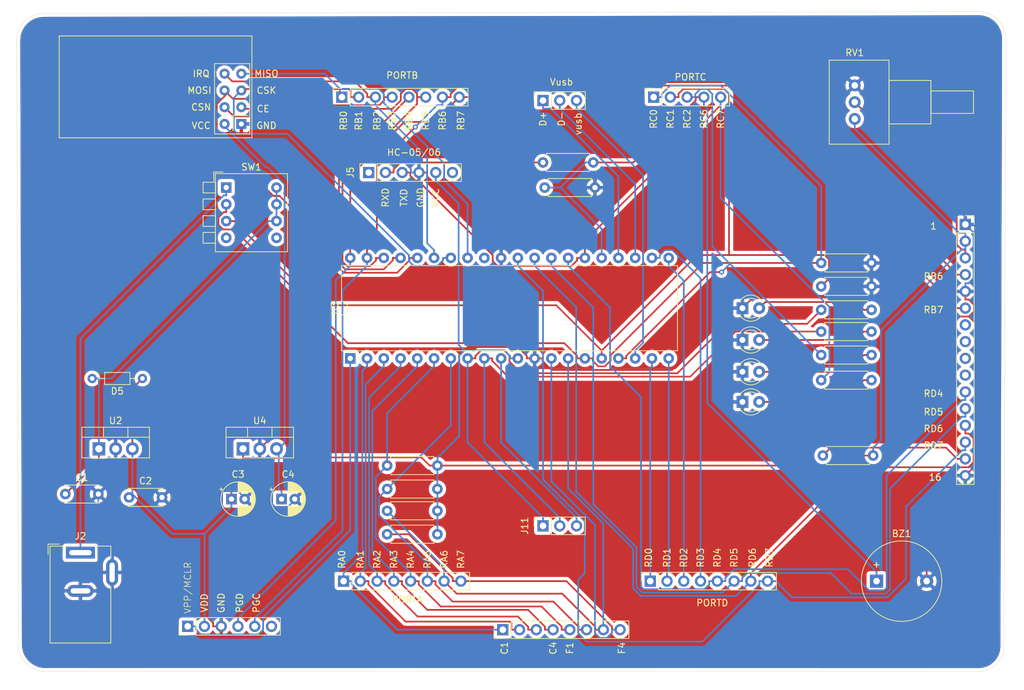
<source format=kicad_pcb>
(kicad_pcb (version 20171130) (host pcbnew 5.1.1-8be2ce7~80~ubuntu18.04.1)
  (title_block (title Alarma) (company FIMEE))
  (layers (0 F.Cu signal) (31 B.Cu signal) (34 B.Paste user) (35 F.Paste user) (36 B.SilkS user) (37 F.SilkS user) (38 B.Mask user) (39 F.Mask user) (44 Edge.Cuts user))
  (net 0 "")
  (net 1 /RC6)
  (net 2 GND)
  (net 3 /V4)
  (net 4 VCC)
  (net 5 /V3)
  (net 6 "Net-(D1-Pad2)")
  (net 7 "Net-(D2-Pad2)")
  (net 8 "Net-(D3-Pad2)")
  (net 9 "Net-(D4-Pad2)")
  (net 10 /MCRLF)
  (net 11 /RB7)
  (net 12 /RB6)
  (net 13 /VEE)
  (net 14 "Net-(J3-Pad7)")
  (net 15 "Net-(J3-Pad8)")
  (net 16 "Net-(J3-Pad9)")
  (net 17 "Net-(J3-Pad10)")
  (net 18 /RD4)
  (net 19 /RD5)
  (net 20 /RD6)
  (net 21 /RD7)
  (net 22 "Net-(J3-Pad15)")
  (net 23 /RA0)
  (net 24 /RA1)
  (net 25 /RA2)
  (net 26 /RA3)
  (net 27 /RA4)
  (net 28 /RA5)
  (net 29 /RA6)
  (net 30 /RA7)
  (net 31 "Net-(J5-Pad1)")
  (net 32 "Net-(J5-Pad2)")
  (net 33 /RC7)
  (net 34 "Net-(J5-Pad6)")
  (net 35 /RC0)
  (net 36 /RC1)
  (net 37 /RE0)
  (net 38 /RE1)
  (net 39 /RC2)
  (net 40 "Net-(SW1-Pad5)")
  (net 41 "Net-(SW1-Pad4)")
  (net 42 /RB5)
  (net 43 /RB4)
  (net 44 /RB1)
  (net 45 /RB3)
  (net 46 /RB0)
  (net 47 /RB2)
  (net 48 /RD2)
  (net 49 /RD3)
  (net 50 /RE2)
  (net 51 /RD0)
  (net 52 /RD1)
  (net 53 /V)
  (net 54 /Vusb)
  (net 55 /D-)
  (net 56 /D+)
  (net 57 "Net-(U3-Pad32)")
  (net 58 "Net-(J12-Pad6)")
  (module Capacitor_THT:CP_Radial_D5.0mm_P2.00mm (layer F.Cu) (at 106.204 111.252)
    (fp_text reference C3 (at 1 -3.75) (layer F.SilkS))
    (fp_text value CAP)
    (pad 2 thru_hole circle (at 2 0) (size 1.6 1.6) (drill 0.8) (layers *.Cu *.Mask) (net 2 GND))
    (pad 1 thru_hole rect (at 0 0) (size 1.6 1.6) (drill 0.8) (layers *.Cu *.Mask) (net 53 /V))
  )
  (module Capacitor_THT:CP_Radial_D5.0mm_P2.00mm (layer F.Cu) (at 113.792 111.252)
    (fp_text reference C4 (at 1 -3.75) (layer F.SilkS))
    (fp_text value CAP)
    (pad 1 thru_hole rect (at 0 0) (size 1.6 1.6) (drill 0.8) (layers *.Cu *.Mask) (net 5 /V3))
    (pad 2 thru_hole circle (at 2 0) (size 1.6 1.6) (drill 0.8) (layers *.Cu *.Mask) (net 2 GND))
  )
  (module Capacitor_THT:C_Disc_D5.0mm_W2.5mm_P5.00mm (layer F.Cu) (at 81.026 110.49)
    (fp_text reference C1 (at 2.5 -2.5) (layer F.SilkS))
    (fp_text value CAP)
    (pad 2 thru_hole circle (at 5 0) (size 1.6 1.6) (drill 0.8) (layers *.Cu *.Mask) (net 2 GND))
    (pad 1 thru_hole circle (at 0 0) (size 1.6 1.6) (drill 0.8) (layers *.Cu *.Mask) (net 3 /V4))
  )
  (module Capacitor_THT:C_Disc_D5.0mm_W2.5mm_P5.00mm (layer F.Cu) (at 90.678 110.998)
    (fp_text reference C2 (at 2.5 -2.5) (layer F.SilkS))
    (fp_text value CAP)
    (pad 1 thru_hole circle (at 0 0) (size 1.6 1.6) (drill 0.8) (layers *.Cu *.Mask) (net 53 /V))
    (pad 2 thru_hole circle (at 5 0) (size 1.6 1.6) (drill 0.8) (layers *.Cu *.Mask) (net 2 GND))
  )
  (module LED_THT:LED_D3.0mm_FlatTop (layer F.Cu) (at 183.642 87.122)
    (fp_text reference D2 hide)
    (fp_text value LED hide)
    (pad 1 thru_hole rect (at 0 0) (size 1.8 1.8) (drill 0.9) (layers *.Cu *.Mask) (net 2 GND))
    (pad 2 thru_hole circle (at 2.54 0) (size 1.8 1.8) (drill 0.9) (layers *.Cu *.Mask) (net 7 "Net-(D2-Pad2)"))
  )
  (module LED_THT:LED_D3.0mm_FlatTop (layer F.Cu) (at 183.642 82.296)
    (fp_text reference D1 hide)
    (fp_text value LED hide)
    (pad 2 thru_hole circle (at 2.54 0) (size 1.8 1.8) (drill 0.9) (layers *.Cu *.Mask) (net 6 "Net-(D1-Pad2)"))
    (pad 1 thru_hole rect (at 0 0) (size 1.8 1.8) (drill 0.9) (layers *.Cu *.Mask) (net 2 GND))
  )
  (module Connector_PinHeader_2.54mm:PinHeader_1x06_P2.54mm_Vertical (layer F.Cu) (at 99.568 130.556 90)
    (fp_text reference J12 hide)
    (fp_text value "Pickit 3")
    (pad 1 thru_hole rect (at 0 0 90) (size 1.7 1.7) (drill 1) (layers *.Cu *.Mask) (net 10 /MCRLF))
    (pad 2 thru_hole oval (at 0 2.54 90) (size 1.7 1.7) (drill 1) (layers *.Cu *.Mask) (net 53 /V))
    (pad 3 thru_hole oval (at 0 5.08 90) (size 1.7 1.7) (drill 1) (layers *.Cu *.Mask) (net 2 GND))
    (pad 4 thru_hole oval (at 0 7.62 90) (size 1.7 1.7) (drill 1) (layers *.Cu *.Mask) (net 11 /RB7))
    (pad 5 thru_hole oval (at 0 10.16 90) (size 1.7 1.7) (drill 1) (layers *.Cu *.Mask) (net 12 /RB6))
    (pad 6 thru_hole oval (at 0 12.7 90) (size 1.7 1.7) (drill 1) (layers *.Cu *.Mask) (net 58 "Net-(J12-Pad6)"))
  )
  (module Resistor_THT:R_Axial_DIN0207_L6.3mm_D2.5mm_P7.62mm_Horizontal (layer F.Cu) (at 153.67 64.008)
    (fp_text reference R12 hide)
    (fp_text value 2K hide)
    (pad 2 thru_hole oval (at 7.62 0) (size 1.6 1.6) (drill 0.8) (layers *.Cu *.Mask) (net 2 GND))
    (pad 1 thru_hole circle (at 0 0) (size 1.6 1.6) (drill 0.8) (layers *.Cu *.Mask) (net 1 /RC6))
  )
  (module Connector_PinSocket_2.54mm:PinSocket_1x08_P2.54mm_Vertical (layer F.Cu) (at 169.672 123.698 90)
    (fp_text reference J9 hide)
    (fp_text value PORTD)
    (pad 1 thru_hole rect (at 0 0 90) (size 1.7 1.7) (drill 1) (layers *.Cu *.Mask) (net 51 /RD0))
    (pad 2 thru_hole oval (at 0 2.54 90) (size 1.7 1.7) (drill 1) (layers *.Cu *.Mask) (net 52 /RD1))
    (pad 3 thru_hole oval (at 0 5.08 90) (size 1.7 1.7) (drill 1) (layers *.Cu *.Mask) (net 48 /RD2))
    (pad 4 thru_hole oval (at 0 7.62 90) (size 1.7 1.7) (drill 1) (layers *.Cu *.Mask) (net 49 /RD3))
    (pad 5 thru_hole oval (at 0 10.16 90) (size 1.7 1.7) (drill 1) (layers *.Cu *.Mask) (net 18 /RD4))
    (pad 6 thru_hole oval (at 0 12.7 90) (size 1.7 1.7) (drill 1) (layers *.Cu *.Mask) (net 19 /RD5))
    (pad 7 thru_hole oval (at 0 15.24 90) (size 1.7 1.7) (drill 1) (layers *.Cu *.Mask) (net 20 /RD6))
    (pad 8 thru_hole oval (at 0 17.78 90) (size 1.7 1.7) (drill 1) (layers *.Cu *.Mask) (net 21 /RD7))
  )
  (module Connector_PinSocket_2.54mm:PinSocket_1x16_P2.54mm_Vertical (layer F.Cu) (at 217.424 69.596)
    (fp_text reference J3 hide)
    (fp_text value LCD)
    (pad 1 thru_hole rect (at 0 0) (size 1.7 1.7) (drill 1) (layers *.Cu *.Mask) (net 2 GND))
    (pad 2 thru_hole oval (at 0 2.54) (size 1.7 1.7) (drill 1) (layers *.Cu *.Mask) (net 53 /V))
    (pad 3 thru_hole oval (at 0 5.08) (size 1.7 1.7) (drill 1) (layers *.Cu *.Mask) (net 13 /VEE))
    (pad 4 thru_hole oval (at 0 7.62) (size 1.7 1.7) (drill 1) (layers *.Cu *.Mask) (net 12 /RB6))
    (pad 5 thru_hole oval (at 0 10.16) (size 1.7 1.7) (drill 1) (layers *.Cu *.Mask) (net 2 GND))
    (pad 6 thru_hole oval (at 0 12.7) (size 1.7 1.7) (drill 1) (layers *.Cu *.Mask) (net 11 /RB7))
    (pad 7 thru_hole oval (at 0 15.24) (size 1.7 1.7) (drill 1) (layers *.Cu *.Mask) (net 14 "Net-(J3-Pad7)"))
    (pad 8 thru_hole oval (at 0 17.78) (size 1.7 1.7) (drill 1) (layers *.Cu *.Mask) (net 15 "Net-(J3-Pad8)"))
    (pad 9 thru_hole oval (at 0 20.32) (size 1.7 1.7) (drill 1) (layers *.Cu *.Mask) (net 16 "Net-(J3-Pad9)"))
    (pad 10 thru_hole oval (at 0 22.86) (size 1.7 1.7) (drill 1) (layers *.Cu *.Mask) (net 17 "Net-(J3-Pad10)"))
    (pad 11 thru_hole oval (at 0 25.4) (size 1.7 1.7) (drill 1) (layers *.Cu *.Mask) (net 18 /RD4))
    (pad 12 thru_hole oval (at 0 27.94) (size 1.7 1.7) (drill 1) (layers *.Cu *.Mask) (net 19 /RD5))
    (pad 13 thru_hole oval (at 0 30.48) (size 1.7 1.7) (drill 1) (layers *.Cu *.Mask) (net 20 /RD6))
    (pad 14 thru_hole oval (at 0 33.02) (size 1.7 1.7) (drill 1) (layers *.Cu *.Mask) (net 21 /RD7))
    (pad 15 thru_hole oval (at 0 35.56) (size 1.7 1.7) (drill 1) (layers *.Cu *.Mask) (net 22 "Net-(J3-Pad15)"))
    (pad 16 thru_hole oval (at 0 38.1) (size 1.7 1.7) (drill 1) (layers *.Cu *.Mask) (net 2 GND))
  )
  (module Resistor_THT:R_Axial_DIN0207_L6.3mm_D2.5mm_P7.62mm_Horizontal (layer F.Cu) (at 195.58 78.994)
    (fp_text reference R7 hide)
    (fp_text value R hide)
    (pad 1 thru_hole circle (at 0 0) (size 1.6 1.6) (drill 0.8) (layers *.Cu *.Mask) (net 36 /RC1))
    (pad 2 thru_hole oval (at 7.62 0) (size 1.6 1.6) (drill 0.8) (layers *.Cu *.Mask) (net 2 GND))
  )
  (module Package_DIP:DIP-40_W15.24mm (layer F.Cu) (at 124.206 89.916 90)
    (fp_text reference U3 (at 7.62 -2.33 90) (layer F.SilkS))
    (fp_text value PIC18F4550-IP)
    (pad 40 thru_hole oval (at 15.24 0 90) (size 1.6 1.6) (drill 0.8) (layers *.Cu *.Mask) (net 11 /RB7))
    (pad 20 thru_hole oval (at 0 48.26 90) (size 1.6 1.6) (drill 0.8) (layers *.Cu *.Mask) (net 52 /RD1))
    (pad 39 thru_hole oval (at 15.24 2.54 90) (size 1.6 1.6) (drill 0.8) (layers *.Cu *.Mask) (net 12 /RB6))
    (pad 19 thru_hole oval (at 0 45.72 90) (size 1.6 1.6) (drill 0.8) (layers *.Cu *.Mask) (net 51 /RD0))
    (pad 38 thru_hole oval (at 15.24 5.08 90) (size 1.6 1.6) (drill 0.8) (layers *.Cu *.Mask) (net 42 /RB5))
    (pad 18 thru_hole oval (at 0 43.18 90) (size 1.6 1.6) (drill 0.8) (layers *.Cu *.Mask) (net 54 /Vusb))
    (pad 37 thru_hole oval (at 15.24 7.62 90) (size 1.6 1.6) (drill 0.8) (layers *.Cu *.Mask) (net 43 /RB4))
    (pad 17 thru_hole oval (at 0 40.64 90) (size 1.6 1.6) (drill 0.8) (layers *.Cu *.Mask) (net 39 /RC2))
    (pad 36 thru_hole oval (at 15.24 10.16 90) (size 1.6 1.6) (drill 0.8) (layers *.Cu *.Mask) (net 45 /RB3))
    (pad 16 thru_hole oval (at 0 38.1 90) (size 1.6 1.6) (drill 0.8) (layers *.Cu *.Mask) (net 36 /RC1))
    (pad 35 thru_hole oval (at 15.24 12.7 90) (size 1.6 1.6) (drill 0.8) (layers *.Cu *.Mask) (net 47 /RB2))
    (pad 15 thru_hole oval (at 0 35.56 90) (size 1.6 1.6) (drill 0.8) (layers *.Cu *.Mask) (net 35 /RC0))
    (pad 34 thru_hole oval (at 15.24 15.24 90) (size 1.6 1.6) (drill 0.8) (layers *.Cu *.Mask) (net 44 /RB1))
    (pad 14 thru_hole oval (at 0 33.02 90) (size 1.6 1.6) (drill 0.8) (layers *.Cu *.Mask) (net 29 /RA6))
    (pad 33 thru_hole oval (at 15.24 17.78 90) (size 1.6 1.6) (drill 0.8) (layers *.Cu *.Mask) (net 46 /RB0))
    (pad 13 thru_hole oval (at 0 30.48 90) (size 1.6 1.6) (drill 0.8) (layers *.Cu *.Mask) (net 30 /RA7))
    (pad 32 thru_hole oval (at 15.24 20.32 90) (size 1.6 1.6) (drill 0.8) (layers *.Cu *.Mask) (net 57 "Net-(U3-Pad32)"))
    (pad 12 thru_hole oval (at 0 27.94 90) (size 1.6 1.6) (drill 0.8) (layers *.Cu *.Mask) (net 2 GND))
    (pad 31 thru_hole oval (at 15.24 22.86 90) (size 1.6 1.6) (drill 0.8) (layers *.Cu *.Mask) (net 2 GND))
    (pad 11 thru_hole oval (at 0 25.4 90) (size 1.6 1.6) (drill 0.8) (layers *.Cu *.Mask) (net 53 /V))
    (pad 30 thru_hole oval (at 15.24 25.4 90) (size 1.6 1.6) (drill 0.8) (layers *.Cu *.Mask) (net 21 /RD7))
    (pad 10 thru_hole oval (at 0 22.86 90) (size 1.6 1.6) (drill 0.8) (layers *.Cu *.Mask) (net 50 /RE2))
    (pad 29 thru_hole oval (at 15.24 27.94 90) (size 1.6 1.6) (drill 0.8) (layers *.Cu *.Mask) (net 20 /RD6))
    (pad 9 thru_hole oval (at 0 20.32 90) (size 1.6 1.6) (drill 0.8) (layers *.Cu *.Mask) (net 38 /RE1))
    (pad 28 thru_hole oval (at 15.24 30.48 90) (size 1.6 1.6) (drill 0.8) (layers *.Cu *.Mask) (net 19 /RD5))
    (pad 8 thru_hole oval (at 0 17.78 90) (size 1.6 1.6) (drill 0.8) (layers *.Cu *.Mask) (net 37 /RE0))
    (pad 27 thru_hole oval (at 15.24 33.02 90) (size 1.6 1.6) (drill 0.8) (layers *.Cu *.Mask) (net 18 /RD4))
    (pad 7 thru_hole oval (at 0 15.24 90) (size 1.6 1.6) (drill 0.8) (layers *.Cu *.Mask) (net 28 /RA5))
    (pad 26 thru_hole oval (at 15.24 35.56 90) (size 1.6 1.6) (drill 0.8) (layers *.Cu *.Mask) (net 33 /RC7))
    (pad 6 thru_hole oval (at 0 12.7 90) (size 1.6 1.6) (drill 0.8) (layers *.Cu *.Mask) (net 27 /RA4))
    (pad 25 thru_hole oval (at 15.24 38.1 90) (size 1.6 1.6) (drill 0.8) (layers *.Cu *.Mask) (net 1 /RC6))
    (pad 5 thru_hole oval (at 0 10.16 90) (size 1.6 1.6) (drill 0.8) (layers *.Cu *.Mask) (net 26 /RA3))
    (pad 24 thru_hole oval (at 15.24 40.64 90) (size 1.6 1.6) (drill 0.8) (layers *.Cu *.Mask) (net 56 /D+))
    (pad 4 thru_hole oval (at 0 7.62 90) (size 1.6 1.6) (drill 0.8) (layers *.Cu *.Mask) (net 25 /RA2))
    (pad 23 thru_hole oval (at 15.24 43.18 90) (size 1.6 1.6) (drill 0.8) (layers *.Cu *.Mask) (net 55 /D-))
    (pad 3 thru_hole oval (at 0 5.08 90) (size 1.6 1.6) (drill 0.8) (layers *.Cu *.Mask) (net 24 /RA1))
    (pad 22 thru_hole oval (at 15.24 45.72 90) (size 1.6 1.6) (drill 0.8) (layers *.Cu *.Mask) (net 49 /RD3))
    (pad 2 thru_hole oval (at 0 2.54 90) (size 1.6 1.6) (drill 0.8) (layers *.Cu *.Mask) (net 23 /RA0))
    (pad 21 thru_hole oval (at 15.24 48.26 90) (size 1.6 1.6) (drill 0.8) (layers *.Cu *.Mask) (net 48 /RD2))
    (pad 1 thru_hole rect (at 0 0 90) (size 1.6 1.6) (drill 0.8) (layers *.Cu *.Mask) (net 10 /MCRLF))
  )
  (module Resistor_THT:R_Axial_DIN0207_L6.3mm_D2.5mm_P7.62mm_Horizontal (layer F.Cu) (at 195.58 82.55)
    (fp_text reference R8 hide)
    (fp_text value R hide)
    (pad 2 thru_hole oval (at 7.62 0) (size 1.6 1.6) (drill 0.8) (layers *.Cu *.Mask) (net 6 "Net-(D1-Pad2)"))
    (pad 1 thru_hole circle (at 0 0) (size 1.6 1.6) (drill 0.8) (layers *.Cu *.Mask) (net 37 /RE0))
  )
  (module Resistor_THT:R_Axial_DIN0207_L6.3mm_D2.5mm_P7.62mm_Horizontal (layer F.Cu) (at 129.794 113.03)
    (fp_text reference R3 hide)
    (fp_text value R hide)
    (pad 2 thru_hole oval (at 7.62 0) (size 1.6 1.6) (drill 0.8) (layers *.Cu *.Mask) (net 53 /V))
    (pad 1 thru_hole circle (at 0 0) (size 1.6 1.6) (drill 0.8) (layers *.Cu *.Mask) (net 29 /RA6))
  )
  (module Resistor_THT:R_Axial_DIN0207_L6.3mm_D2.5mm_P7.62mm_Horizontal (layer F.Cu) (at 195.58 93.218)
    (fp_text reference R11 hide)
    (fp_text value R hide)
    (pad 2 thru_hole oval (at 7.62 0) (size 1.6 1.6) (drill 0.8) (layers *.Cu *.Mask) (net 9 "Net-(D4-Pad2)"))
    (pad 1 thru_hole circle (at 0 0) (size 1.6 1.6) (drill 0.8) (layers *.Cu *.Mask) (net 33 /RC7))
  )
  (module Connector_PinSocket_2.54mm:PinSocket_1x08_P2.54mm_Vertical (layer F.Cu) (at 122.936 50.292 90)
    (fp_text reference J8 hide)
    (fp_text value PORTB)
    (pad 8 thru_hole oval (at 0 17.78 90) (size 1.7 1.7) (drill 1) (layers *.Cu *.Mask) (net 11 /RB7))
    (pad 7 thru_hole oval (at 0 15.24 90) (size 1.7 1.7) (drill 1) (layers *.Cu *.Mask) (net 12 /RB6))
    (pad 6 thru_hole oval (at 0 12.7 90) (size 1.7 1.7) (drill 1) (layers *.Cu *.Mask) (net 42 /RB5))
    (pad 5 thru_hole oval (at 0 10.16 90) (size 1.7 1.7) (drill 1) (layers *.Cu *.Mask) (net 43 /RB4))
    (pad 4 thru_hole oval (at 0 7.62 90) (size 1.7 1.7) (drill 1) (layers *.Cu *.Mask) (net 45 /RB3))
    (pad 3 thru_hole oval (at 0 5.08 90) (size 1.7 1.7) (drill 1) (layers *.Cu *.Mask) (net 47 /RB2))
    (pad 2 thru_hole oval (at 0 2.54 90) (size 1.7 1.7) (drill 1) (layers *.Cu *.Mask) (net 44 /RB1))
    (pad 1 thru_hole rect (at 0 0 90) (size 1.7 1.7) (drill 1) (layers *.Cu *.Mask) (net 46 /RB0))
  )
  (module Resistor_THT:R_Axial_DIN0207_L6.3mm_D2.5mm_P7.62mm_Horizontal (layer F.Cu) (at 195.58 89.408)
    (fp_text reference R10 hide)
    (fp_text value R hide)
    (pad 1 thru_hole circle (at 0 0) (size 1.6 1.6) (drill 0.8) (layers *.Cu *.Mask) (net 39 /RC2))
    (pad 2 thru_hole oval (at 7.62 0) (size 1.6 1.6) (drill 0.8) (layers *.Cu *.Mask) (net 8 "Net-(D3-Pad2)"))
  )
  (module Resistor_THT:R_Axial_DIN0207_L6.3mm_D2.5mm_P7.62mm_Horizontal (layer F.Cu) (at 195.834 104.648)
    (fp_text reference R1 hide)
    (fp_text value R hide)
    (pad 1 thru_hole circle (at 0 0) (size 1.6 1.6) (drill 0.8) (layers *.Cu *.Mask) (net 22 "Net-(J3-Pad15)"))
    (pad 2 thru_hole oval (at 7.62 0) (size 1.6 1.6) (drill 0.8) (layers *.Cu *.Mask) (net 53 /V))
  )
  (module Resistor_THT:R_Axial_DIN0204_L3.6mm_D1.6mm_P7.62mm_Horizontal (layer F.Cu) (at 92.71 92.964 180)
    (fp_text reference D5 (at 3.81 -1.92 180) (layer F.SilkS))
    (fp_text value DIODE)
    (pad 1 thru_hole circle (at 0 0 180) (size 1.4 1.4) (drill 0.7) (layers *.Cu *.Mask) (net 53 /V))
    (pad 2 thru_hole oval (at 7.62 0 180) (size 1.4 1.4) (drill 0.7) (layers *.Cu *.Mask) (net 3 /V4))
  )
  (module RF_Module:nRF24L01_Breakout (layer F.Cu) (at 107.696 54.356 180)
    (fp_text reference U1 hide)
    (fp_text value NRF24L01_Breakout)
    (pad 1 thru_hole rect (at 0 0 180) (size 1.524 1.524) (drill 0.762) (layers *.Cu *.Mask) (net 2 GND))
    (pad 2 thru_hole circle (at 2.54 0 180) (size 1.524 1.524) (drill 0.762) (layers *.Cu *.Mask) (net 5 /V3))
    (pad 3 thru_hole circle (at 0 2.54 180) (size 1.524 1.524) (drill 0.762) (layers *.Cu *.Mask) (net 42 /RB5))
    (pad 4 thru_hole circle (at 2.54 2.54 180) (size 1.524 1.524) (drill 0.762) (layers *.Cu *.Mask) (net 43 /RB4))
    (pad 5 thru_hole circle (at 0 5.08 180) (size 1.524 1.524) (drill 0.762) (layers *.Cu *.Mask) (net 44 /RB1))
    (pad 6 thru_hole circle (at 2.54 5.08 180) (size 1.524 1.524) (drill 0.762) (layers *.Cu *.Mask) (net 45 /RB3))
    (pad 7 thru_hole circle (at 0 7.62 180) (size 1.524 1.524) (drill 0.762) (layers *.Cu *.Mask) (net 46 /RB0))
    (pad 8 thru_hole circle (at 2.54 7.62 180) (size 1.524 1.524) (drill 0.762) (layers *.Cu *.Mask) (net 47 /RB2))
  )
  (module Connector_PinSocket_2.54mm:PinSocket_1x03_P2.54mm_Vertical (layer F.Cu) (at 153.416 115.316 90)
    (fp_text reference J11 (at 0 -2.77 90) (layer F.SilkS))
    (fp_text value PORTE)
    (pad 1 thru_hole rect (at 0 0 90) (size 1.7 1.7) (drill 1) (layers *.Cu *.Mask) (net 37 /RE0))
    (pad 2 thru_hole oval (at 0 2.54 90) (size 1.7 1.7) (drill 1) (layers *.Cu *.Mask) (net 38 /RE1))
    (pad 3 thru_hole oval (at 0 5.08 90) (size 1.7 1.7) (drill 1) (layers *.Cu *.Mask) (net 50 /RE2))
  )
  (module Resistor_THT:R_Axial_DIN0207_L6.3mm_D2.5mm_P7.62mm_Horizontal (layer F.Cu) (at 195.58 85.852)
    (fp_text reference R9 hide)
    (fp_text value R hide)
    (pad 1 thru_hole circle (at 0 0) (size 1.6 1.6) (drill 0.8) (layers *.Cu *.Mask) (net 38 /RE1))
    (pad 2 thru_hole oval (at 7.62 0) (size 1.6 1.6) (drill 0.8) (layers *.Cu *.Mask) (net 7 "Net-(D2-Pad2)"))
  )
  (module Connector_PinSocket_2.54mm:PinSocket_1x08_P2.54mm_Vertical (layer F.Cu) (at 123.19 123.698 90)
    (fp_text reference J6 hide)
    (fp_text value PORTA)
    (pad 1 thru_hole rect (at 0 0 90) (size 1.7 1.7) (drill 1) (layers *.Cu *.Mask) (net 23 /RA0))
    (pad 2 thru_hole oval (at 0 2.54 90) (size 1.7 1.7) (drill 1) (layers *.Cu *.Mask) (net 24 /RA1))
    (pad 3 thru_hole oval (at 0 5.08 90) (size 1.7 1.7) (drill 1) (layers *.Cu *.Mask) (net 25 /RA2))
    (pad 4 thru_hole oval (at 0 7.62 90) (size 1.7 1.7) (drill 1) (layers *.Cu *.Mask) (net 26 /RA3))
    (pad 5 thru_hole oval (at 0 10.16 90) (size 1.7 1.7) (drill 1) (layers *.Cu *.Mask) (net 27 /RA4))
    (pad 6 thru_hole oval (at 0 12.7 90) (size 1.7 1.7) (drill 1) (layers *.Cu *.Mask) (net 28 /RA5))
    (pad 7 thru_hole oval (at 0 15.24 90) (size 1.7 1.7) (drill 1) (layers *.Cu *.Mask) (net 29 /RA6))
    (pad 8 thru_hole oval (at 0 17.78 90) (size 1.7 1.7) (drill 1) (layers *.Cu *.Mask) (net 30 /RA7))
  )
  (module Resistor_THT:R_Axial_DIN0207_L6.3mm_D2.5mm_P7.62mm_Horizontal (layer F.Cu) (at 129.794 109.728)
    (fp_text reference R4 hide)
    (fp_text value 10K hide)
    (pad 1 thru_hole circle (at 0 0) (size 1.6 1.6) (drill 0.8) (layers *.Cu *.Mask) (net 28 /RA5))
    (pad 2 thru_hole oval (at 7.62 0) (size 1.6 1.6) (drill 0.8) (layers *.Cu *.Mask) (net 53 /V))
  )
  (module Connector_PinSocket_2.54mm:PinSocket_1x05_P2.54mm_Vertical (layer F.Cu) (at 170.18 50.292 90)
    (fp_text reference J10 hide)
    (fp_text value PORTC)
    (pad 1 thru_hole rect (at 0 0 90) (size 1.7 1.7) (drill 1) (layers *.Cu *.Mask) (net 35 /RC0))
    (pad 2 thru_hole oval (at 0 2.54 90) (size 1.7 1.7) (drill 1) (layers *.Cu *.Mask) (net 36 /RC1))
    (pad 3 thru_hole oval (at 0 5.08 90) (size 1.7 1.7) (drill 1) (layers *.Cu *.Mask) (net 39 /RC2))
    (pad 4 thru_hole oval (at 0 7.62 90) (size 1.7 1.7) (drill 1) (layers *.Cu *.Mask) (net 1 /RC6))
    (pad 5 thru_hole oval (at 0 10.16 90) (size 1.7 1.7) (drill 1) (layers *.Cu *.Mask) (net 33 /RC7))
  )
  (module LED_THT:LED_D3.0mm_FlatTop (layer F.Cu) (at 183.642 91.948)
    (fp_text reference D3 hide)
    (fp_text value LED hide)
    (pad 2 thru_hole circle (at 2.54 0) (size 1.8 1.8) (drill 0.9) (layers *.Cu *.Mask) (net 8 "Net-(D3-Pad2)"))
    (pad 1 thru_hole rect (at 0 0) (size 1.8 1.8) (drill 0.9) (layers *.Cu *.Mask) (net 2 GND))
  )
  (module LED_THT:LED_D3.0mm_FlatTop (layer F.Cu) (at 183.642 96.52)
    (fp_text reference D4 hide)
    (fp_text value LED hide)
    (pad 1 thru_hole rect (at 0 0) (size 1.8 1.8) (drill 0.9) (layers *.Cu *.Mask) (net 2 GND))
    (pad 2 thru_hole circle (at 2.54 0) (size 1.8 1.8) (drill 0.9) (layers *.Cu *.Mask) (net 9 "Net-(D4-Pad2)"))
  )
  (module Resistor_THT:R_Axial_DIN0207_L6.3mm_D2.5mm_P7.62mm_Horizontal (layer F.Cu) (at 129.794 116.586)
    (fp_text reference R2 hide)
    (fp_text value R hide)
    (pad 1 thru_hole circle (at 0 0) (size 1.6 1.6) (drill 0.8) (layers *.Cu *.Mask) (net 30 /RA7))
    (pad 2 thru_hole oval (at 7.62 0) (size 1.6 1.6) (drill 0.8) (layers *.Cu *.Mask) (net 53 /V))
  )
  (module Package_TO_SOT_THT:TO-220-3_Vertical (layer F.Cu) (at 107.95 103.632)
    (fp_text reference U4 (at 2.54 -4.27) (layer F.SilkS))
    (fp_text value "Fuente de 3.3v")
    (pad 3 thru_hole oval (at 5.08 0) (size 1.905 2) (drill 1.1) (layers *.Cu *.Mask) (net 5 /V3))
    (pad 2 thru_hole oval (at 2.54 0) (size 1.905 2) (drill 1.1) (layers *.Cu *.Mask) (net 2 GND))
    (pad 1 thru_hole rect (at 0 0) (size 1.905 2) (drill 1.1) (layers *.Cu *.Mask) (net 53 /V))
  )
  (module Button_Switch_THT:SW_DIP_SPSTx04_Piano_10.8x11.72mm_W7.62mm_P2.54mm (layer F.Cu) (at 105.41 64.008)
    (fp_text reference SW1 (at 3.81 -3.11) (layer F.SilkS))
    (fp_text value Power/Acticidad/Cuidado)
    (pad 1 thru_hole rect (at 0 0) (size 1.6 1.6) (drill 0.8) (layers *.Cu *.Mask) (net 4 VCC))
    (pad 5 thru_hole oval (at 7.62 7.62) (size 1.6 1.6) (drill 0.8) (layers *.Cu *.Mask) (net 40 "Net-(SW1-Pad5)"))
    (pad 2 thru_hole oval (at 0 2.54) (size 1.6 1.6) (drill 0.8) (layers *.Cu *.Mask) (net 35 /RC0))
    (pad 6 thru_hole oval (at 7.62 5.08) (size 1.6 1.6) (drill 0.8) (layers *.Cu *.Mask) (net 3 /V4))
    (pad 3 thru_hole oval (at 0 5.08) (size 1.6 1.6) (drill 0.8) (layers *.Cu *.Mask) (net 36 /RC1))
    (pad 7 thru_hole oval (at 7.62 2.54) (size 1.6 1.6) (drill 0.8) (layers *.Cu *.Mask) (net 3 /V4))
    (pad 4 thru_hole oval (at 0 7.62) (size 1.6 1.6) (drill 0.8) (layers *.Cu *.Mask) (net 41 "Net-(SW1-Pad4)"))
    (pad 8 thru_hole oval (at 7.62 0) (size 1.6 1.6) (drill 0.8) (layers *.Cu *.Mask) (net 3 /V4))
  )
  (module Resistor_THT:R_Axial_DIN0207_L6.3mm_D2.5mm_P7.62mm_Horizontal (layer F.Cu) (at 129.794 106.172)
    (fp_text reference R5 hide)
    (fp_text value 10K hide)
    (pad 2 thru_hole oval (at 7.62 0) (size 1.6 1.6) (drill 0.8) (layers *.Cu *.Mask) (net 53 /V))
    (pad 1 thru_hole circle (at 0 0) (size 1.6 1.6) (drill 0.8) (layers *.Cu *.Mask) (net 27 /RA4))
  )
  (module Package_TO_SOT_THT:TO-220-3_Vertical (layer F.Cu) (at 86.106 103.632)
    (fp_text reference U2 (at 2.54 -4.27) (layer F.SilkS))
    (fp_text value "Fuente de 9-5v")
    (pad 1 thru_hole rect (at 0 0) (size 1.905 2) (drill 1.1) (layers *.Cu *.Mask) (net 3 /V4))
    (pad 2 thru_hole oval (at 2.54 0) (size 1.905 2) (drill 1.1) (layers *.Cu *.Mask) (net 2 GND))
    (pad 3 thru_hole oval (at 5.08 0) (size 1.905 2) (drill 1.1) (layers *.Cu *.Mask) (net 53 /V))
  )
  (module Resistor_THT:R_Axial_DIN0207_L6.3mm_D2.5mm_P7.62mm_Horizontal (layer F.Cu) (at 195.58 75.438)
    (fp_text reference R6 hide)
    (fp_text value R hide)
    (pad 2 thru_hole oval (at 7.62 0) (size 1.6 1.6) (drill 0.8) (layers *.Cu *.Mask) (net 2 GND))
    (pad 1 thru_hole circle (at 0 0) (size 1.6 1.6) (drill 0.8) (layers *.Cu *.Mask) (net 35 /RC0))
  )
  (module Connector_PinSocket_2.54mm:PinSocket_1x03_P2.54mm_Vertical (layer F.Cu) (at 153.416 50.8 90)
    (fp_text reference J7 hide)
    (fp_text value Vusb)
    (pad 3 thru_hole oval (at 0 5.08 90) (size 1.7 1.7) (drill 1) (layers *.Cu *.Mask) (net 54 /Vusb))
    (pad 2 thru_hole oval (at 0 2.54 90) (size 1.7 1.7) (drill 1) (layers *.Cu *.Mask) (net 55 /D-))
    (pad 1 thru_hole rect (at 0 0 90) (size 1.7 1.7) (drill 1) (layers *.Cu *.Mask) (net 56 /D+))
  )
  (module Connector_PinSocket_2.54mm:PinSocket_1x06_P2.54mm_Vertical (layer F.Cu) (at 127 61.722 90)
    (fp_text reference J5 (at 0 -2.77 90) (layer F.SilkS))
    (fp_text value hc-06)
    (pad 1 thru_hole rect (at 0 0 90) (size 1.7 1.7) (drill 1) (layers *.Cu *.Mask) (net 31 "Net-(J5-Pad1)"))
    (pad 2 thru_hole oval (at 0 2.54 90) (size 1.7 1.7) (drill 1) (layers *.Cu *.Mask) (net 32 "Net-(J5-Pad2)"))
    (pad 3 thru_hole oval (at 0 5.08 90) (size 1.7 1.7) (drill 1) (layers *.Cu *.Mask) (net 33 /RC7))
    (pad 4 thru_hole oval (at 0 7.62 90) (size 1.7 1.7) (drill 1) (layers *.Cu *.Mask) (net 2 GND))
    (pad 5 thru_hole oval (at 0 10.16 90) (size 1.7 1.7) (drill 1) (layers *.Cu *.Mask) (net 53 /V))
    (pad 6 thru_hole oval (at 0 12.7 90) (size 1.7 1.7) (drill 1) (layers *.Cu *.Mask) (net 34 "Net-(J5-Pad6)"))
  )
  (module Connector_PinHeader_2.54mm:PinHeader_1x08_P2.54mm_Vertical (layer F.Cu) (at 147.32 131.064 90)
    (fp_text reference J4 hide)
    (fp_text value Teclado)
    (pad 1 thru_hole rect (at 0 0 90) (size 1.7 1.7) (drill 1) (layers *.Cu *.Mask) (net 23 /RA0))
    (pad 2 thru_hole oval (at 0 2.54 90) (size 1.7 1.7) (drill 1) (layers *.Cu *.Mask) (net 24 /RA1))
    (pad 3 thru_hole oval (at 0 5.08 90) (size 1.7 1.7) (drill 1) (layers *.Cu *.Mask) (net 25 /RA2))
    (pad 4 thru_hole oval (at 0 7.62 90) (size 1.7 1.7) (drill 1) (layers *.Cu *.Mask) (net 26 /RA3))
    (pad 5 thru_hole oval (at 0 10.16 90) (size 1.7 1.7) (drill 1) (layers *.Cu *.Mask) (net 27 /RA4))
    (pad 6 thru_hole oval (at 0 12.7 90) (size 1.7 1.7) (drill 1) (layers *.Cu *.Mask) (net 28 /RA5))
    (pad 7 thru_hole oval (at 0 15.24 90) (size 1.7 1.7) (drill 1) (layers *.Cu *.Mask) (net 29 /RA6))
    (pad 8 thru_hole oval (at 0 17.78 90) (size 1.7 1.7) (drill 1) (layers *.Cu *.Mask) (net 30 /RA7))
  )
  (module Buzzer_Beeper:Buzzer_12x9.5RM7.6 (layer F.Cu) (at 203.962 123.698)
    (fp_text reference BZ1 (at 3.8 -7.2) (layer F.SilkS))
    (fp_text value Alarma)
    (fp_text user + (at -0.01 -2.54) (layer F.SilkS))
    (pad 1 thru_hole rect (at 0 0) (size 2 2) (drill 1) (layers *.Cu *.Mask) (net 1 /RC6))
    (pad 2 thru_hole circle (at 7.6 0) (size 2 2) (drill 1) (layers *.Cu *.Mask) (net 2 GND))
  )
  (module Resistor_THT:R_Axial_DIN0207_L6.3mm_D2.5mm_P7.62mm_Horizontal (layer F.Cu) (at 153.416 60.198)
    (fp_text reference R14 hide)
    (fp_text value 1k hide)
    (pad 1 thru_hole circle (at 0 0) (size 1.6 1.6) (drill 0.8) (layers *.Cu *.Mask) (net 32 "Net-(J5-Pad2)"))
    (pad 2 thru_hole oval (at 7.62 0) (size 1.6 1.6) (drill 0.8) (layers *.Cu *.Mask) (net 1 /RC6))
  )
  (module Connector_BarrelJack:BarrelJack_Wuerth_6941xx301002 (layer F.Cu) (at 83.312 119.38)
    (fp_text reference J2 (at 0 -2.5) (layer F.SilkS))
    (fp_text value Alimentacion)
    (pad 3 thru_hole oval (at 4.8 3 90) (size 4 1.8) (drill oval 3 0.8) (layers *.Cu *.Mask) (net 2 GND))
    (pad 2 thru_hole oval (at 0 5.8) (size 4 1.8) (drill oval 3 0.8) (layers *.Cu *.Mask) (net 2 GND))
    (pad 1 thru_hole rect (at 0 0) (size 4.4 1.8) (drill oval 3.4 0.8) (layers *.Cu *.Mask) (net 4 VCC))
  )
  (module Potentiometer_THT:Potentiometer_Vishay_148-149_Single_Horizontal (layer F.Cu) (at 200.66 53.594)
    (fp_text reference RV1 (at 0 -10.04) (layer F.SilkS))
    (fp_text value R_POT)
    (pad 3 thru_hole circle (at 0 -5.08) (size 1.8 1.8) (drill 1) (layers *.Cu *.Mask) (net 2 GND))
    (pad 2 thru_hole circle (at 0 -2.54) (size 1.8 1.8) (drill 1) (layers *.Cu *.Mask) (net 13 /VEE))
    (pad 1 thru_hole circle (at 0 0) (size 1.8 1.8) (drill 1) (layers *.Cu *.Mask) (net 53 /V))
  )
  (gr_text HC-05/06 (at 133.858 58.674) (layer F.SilkS) (effects (font (size 1 1))))
  (gr_text RXD (at 129.54 65.532 90) (layer F.SilkS) (effects (font (size 1 1))))
  (gr_text TXD (at 132.334 65.532 90) (layer F.SilkS) (effects (font (size 1 1))))
  (gr_text GND (at 134.874 65.532 90) (layer F.SilkS) (effects (font (size 1 1))))
  (gr_text VCC (at 137.16 65.532 90) (layer F.SilkS) (effects (font (size 1 1))))
  (gr_text C4 (at 154.94 133.858 90) (layer F.SilkS) (effects (font (size 1 1))))
  (gr_text C1 (at 147.574 133.858 90) (layer F.SilkS) (effects (font (size 1 1))))
  (gr_text F4 (at 165.354 133.858 90) (layer F.SilkS) (effects (font (size 1 1))))
  (gr_text F1 (at 157.48 133.858 90) (layer F.SilkS) (effects (font (size 1 1))))
  (gr_text IRQ (at 101.6 46.736) (layer F.SilkS) (effects (font (size 1 1))))
  (gr_text MISO (at 111.506 46.736) (layer F.SilkS) (effects (font (size 1 1))))
  (gr_text MOSI (at 101.346 49.276) (layer F.SilkS) (effects (font (size 1 1))))
  (gr_text CSK (at 111.506 49.276) (layer F.SilkS) (effects (font (size 1 1))))
  (gr_text CSN (at 101.6 51.816) (layer F.SilkS) (effects (font (size 1 1))))
  (gr_text CE (at 110.998 52.07) (layer F.SilkS) (effects (font (size 1 1))))
  (gr_text VCC (at 101.6 54.61) (layer F.SilkS) (effects (font (size 1 1))))
  (gr_text GND (at 111.506 54.61) (layer F.SilkS) (effects (font (size 1 1))))
  (gr_text RD7 (at 212.598 103.124) (layer F.SilkS) (effects (font (size 1 1))))
  (gr_text RD6 (at 212.598 100.584) (layer F.SilkS) (effects (font (size 1 1))))
  (gr_text RD5 (at 212.598 98.044) (layer F.SilkS) (effects (font (size 1 1))))
  (gr_text RD4 (at 212.598 95.25) (layer F.SilkS) (effects (font (size 1 1))))
  (gr_text RB7 (at 212.598 82.55) (layer F.SilkS) (effects (font (size 1 1))))
  (gr_text RB6 (at 212.598 77.47) (layer F.SilkS) (effects (font (size 1 1))))
  (gr_text "16\n" (at 212.852 107.95) (layer F.SilkS) (effects (font (size 1 1))))
  (gr_text 1 (at 212.598 69.85) (layer F.SilkS) (effects (font (size 1 1))))
  (gr_text RB7 (at 140.97 53.848 90) (layer F.SilkS) (effects (font (size 1 1))))
  (gr_text RB6 (at 138.176 53.848 90) (layer F.SilkS) (effects (font (size 1 1))))
  (gr_text RB5 (at 135.636 53.848 90) (layer F.SilkS) (effects (font (size 1 1))))
  (gr_text RB4 (at 133.096 53.848 90) (layer F.SilkS) (effects (font (size 1 1))))
  (gr_text RB3 (at 130.556 53.848 90) (layer F.SilkS) (effects (font (size 1 1))))
  (gr_text "RB2\n" (at 128.27 53.848 90) (layer F.SilkS) (effects (font (size 1 1))))
  (gr_text RB1 (at 125.476 53.848 90) (layer F.SilkS) (effects (font (size 1 1))))
  (gr_text RB0 (at 123.19 53.848 90) (layer F.SilkS) (effects (font (size 1 1))))
  (gr_text PORTB (at 132.08 46.99) (layer F.SilkS) (effects (font (size 1 1))))
  (gr_text RC7 (at 180.34 53.594 90) (layer F.SilkS) (effects (font (size 1 1))))
  (gr_text "RC6\n" (at 177.8 53.594 90) (layer F.SilkS) (effects (font (size 1 1))))
  (gr_text "RC2\n" (at 175.26 53.594 90) (layer F.SilkS) (effects (font (size 1 1))))
  (gr_text "RC1\n" (at 172.72 53.594 90) (layer F.SilkS) (effects (font (size 1 1))))
  (gr_text RC0 (at 170.18 53.594 90) (layer F.SilkS) (effects (font (size 1 1))))
  (gr_text PORTC (at 175.768 47.244) (layer F.SilkS) (effects (font (size 1 1))))
  (gr_text vusb (at 158.75 54.356 90) (layer F.SilkS) (effects (font (size 1 1))))
  (gr_text D- (at 156.21 53.594 90) (layer F.SilkS) (effects (font (size 1 1))))
  (gr_text D+ (at 153.416 53.594 90) (layer F.SilkS) (effects (font (size 1 1))))
  (gr_text Vusb (at 156.21 48.006) (layer F.SilkS) (effects (font (size 1 1))))
  (gr_text RD7 (at 187.706 120.142 90) (layer F.SilkS) (effects (font (size 1 1))))
  (gr_text "RD6\n" (at 185.166 120.142 90) (layer F.SilkS) (effects (font (size 1 1))))
  (gr_text "RD5\n" (at 182.372 120.142 90) (layer F.SilkS) (effects (font (size 1 1))))
  (gr_text "RD4\n" (at 179.832 120.142 90) (layer F.SilkS) (effects (font (size 1 1))))
  (gr_text "RD3\n" (at 177.292 120.142 90) (layer F.SilkS) (effects (font (size 1 1))))
  (gr_text "RD2\n" (at 174.752 120.142 90) (layer F.SilkS) (effects (font (size 1 1))))
  (gr_text "RD1\n" (at 172.212 120.142 90) (layer F.SilkS) (effects (font (size 1 1))))
  (gr_text RD0 (at 169.418 120.142 90) (layer F.SilkS) (effects (font (size 1 1))))
  (gr_text PORTD (at 179.07 127) (layer F.SilkS) (effects (font (size 1 1))))
  (gr_text PORTA (at 132.842 126.492) (layer F.SilkS) (effects (font (size 1 1))))
  (gr_text RA7 (at 140.97 120.396 90) (layer F.SilkS) (effects (font (size 1 1))))
  (gr_text RA6 (at 138.43 120.396 90) (layer F.SilkS) (effects (font (size 1 1))))
  (gr_text RA5 (at 135.89 120.396 90) (layer F.SilkS) (effects (font (size 1 1))))
  (gr_text RA4 (at 133.35 120.396 90) (layer F.SilkS) (effects (font (size 1 1))))
  (gr_text RA3 (at 130.81 120.396 90) (layer F.SilkS) (effects (font (size 1 1))))
  (gr_text RA2 (at 128.27 120.396 90) (layer F.SilkS) (effects (font (size 1 1))))
  (gr_text RA1 (at 125.73 120.396 90) (layer F.SilkS) (effects (font (size 1 1))))
  (gr_text "RA0\n" (at 122.936 120.396 90) (layer F.SilkS) (effects (font (size 1 1))))
  (gr_text PGC (at 109.982 127 90) (layer F.SilkS) (effects (font (size 1 1))))
  (gr_text "PGD\n" (at 107.442 127 90) (layer F.SilkS) (effects (font (size 1 1))))
  (gr_text GND (at 104.648 127 90) (layer F.SilkS) (effects (font (size 1 1))))
  (gr_text VDD (at 102.108 127 90) (layer F.SilkS) (effects (font (size 1 1))))
  (gr_text "VPP/MCLR\n" (at 99.568 124.714 90) (layer F.SilkS) (effects (font (size 1 1) (thickness 0.1))))
  (gr_line (start 73.914 133.35) (end 73.66 41.656) (layer Edge.Cuts) (width 0.05))
  (gr_line (start 219.456 137.414) (end 77.610063 137.39731) (layer Edge.Cuts) (width 0.05))
  (gr_line (start 223.52 41.402) (end 223.266 133.604) (layer Edge.Cuts) (width 0.05))
  (gr_line (start 77.724 37.592) (end 219.709505 37.345914) (layer Edge.Cuts) (width 0.05))
  (gr_arc (start 77.978 133.35) (end 73.914 133.35) (angle -84.80557109) (layer Edge.Cuts) (width 0.05))
  (gr_arc (start 219.456 133.604) (end 219.456 137.414) (angle -90) (layer Edge.Cuts) (width 0.05))
  (gr_arc (start 219.456 41.402) (end 223.52 41.402) (angle -86.42366563) (layer Edge.Cuts) (width 0.05))
  (gr_arc (start 77.724 41.656) (end 77.724 37.592) (angle -90) (layer Edge.Cuts) (width 0.05))
  (segment (start 156.0447 64.008) (end 153.67 64.008) (width 0.254) (layer B.Cu) (net 1))
  (segment (start 159.8547 60.198) (end 156.0447 64.008) (width 0.254) (layer B.Cu) (net 1))
  (segment (start 162.306 74.676) (end 162.306 70.2693) (width 0.254) (layer B.Cu) (net 1))
  (segment (start 162.306 70.2693) (end 156.0447 64.008) (width 0.254) (layer B.Cu) (net 1))
  (segment (start 161.036 60.198) (end 159.8547 60.198) (width 0.254) (layer B.Cu) (net 1))
  (segment (start 177.8 50.292) (end 177.8 51.5233) (width 0.254) (layer B.Cu) (net 1))
  (segment (start 203.962 123.698) (end 203.962 122.3167) (width 0.254) (layer B.Cu) (net 1))
  (segment (start 203.962 122.3167) (end 178.3101 96.6648) (width 0.254) (layer B.Cu) (net 1))
  (segment (start 178.3101 96.6648) (end 178.3101 52.0334) (width 0.254) (layer B.Cu) (net 1))
  (segment (start 178.3101 52.0334) (end 177.8 51.5233) (width 0.254) (layer B.Cu) (net 1))
  (segment (start 176.5687 50.292) (end 176.5687 50.7537) (width 0.254) (layer F.Cu) (net 1))
  (segment (start 176.5687 50.7537) (end 167.1244 60.198) (width 0.254) (layer F.Cu) (net 1))
  (segment (start 167.1244 60.198) (end 161.036 60.198) (width 0.254) (layer F.Cu) (net 1))
  (segment (start 177.8 50.292) (end 176.5687 50.292) (width 0.254) (layer F.Cu) (net 1))
  (segment (start 183.642 82.296) (end 182.3607 82.296) (width 0.254) (layer F.Cu) (net 2))
  (segment (start 182.3607 82.296) (end 172.9949 91.6618) (width 0.254) (layer F.Cu) (net 2))
  (segment (start 172.9949 91.6618) (end 154.706 91.6618) (width 0.254) (layer F.Cu) (net 2))
  (segment (start 154.706 91.6618) (end 153.3273 90.2831) (width 0.254) (layer F.Cu) (net 2))
  (segment (start 153.3273 90.2831) (end 153.3273 89.916) (width 0.254) (layer F.Cu) (net 2))
  (segment (start 202.0187 78.994) (end 200.3156 80.6971) (width 0.254) (layer F.Cu) (net 2))
  (segment (start 200.3156 80.6971) (end 185.2409 80.6971) (width 0.254) (layer F.Cu) (net 2))
  (segment (start 185.2409 80.6971) (end 183.642 82.296) (width 0.254) (layer F.Cu) (net 2))
  (segment (start 152.146 89.916) (end 153.3273 89.916) (width 0.254) (layer F.Cu) (net 2))
  (segment (start 108.2969 111.1591) (end 108.204 111.252) (width 0.254) (layer B.Cu) (net 2))
  (segment (start 110.1272 109.7666) (end 109.6894 109.7666) (width 0.254) (layer B.Cu) (net 2))
  (segment (start 109.6894 109.7666) (end 108.2969 111.1591) (width 0.254) (layer B.Cu) (net 2))
  (segment (start 108.2969 111.1591) (end 107.2083 110.0706) (width 0.254) (layer B.Cu) (net 2))
  (segment (start 107.2083 110.0706) (end 96.6054 110.0706) (width 0.254) (layer B.Cu) (net 2))
  (segment (start 96.6054 110.0706) (end 95.678 110.998) (width 0.254) (layer B.Cu) (net 2))
  (segment (start 152.146 89.916) (end 150.9647 89.916) (width 0.254) (layer F.Cu) (net 2))
  (segment (start 110.49 103.632) (end 121.5323 92.5897) (width 0.254) (layer F.Cu) (net 2))
  (segment (start 121.5323 92.5897) (end 138.4872 92.5897) (width 0.254) (layer F.Cu) (net 2))
  (segment (start 138.4872 92.5897) (end 140.716 90.3609) (width 0.254) (layer F.Cu) (net 2))
  (segment (start 140.716 90.3609) (end 140.716 89.5073) (width 0.254) (layer F.Cu) (net 2))
  (segment (start 140.716 89.5073) (end 142.0253 88.198) (width 0.254) (layer F.Cu) (net 2))
  (segment (start 142.0253 88.198) (end 149.6138 88.198) (width 0.254) (layer F.Cu) (net 2))
  (segment (start 149.6138 88.198) (end 150.9647 89.5489) (width 0.254) (layer F.Cu) (net 2))
  (segment (start 150.9647 89.5489) (end 150.9647 89.916) (width 0.254) (layer F.Cu) (net 2))
  (segment (start 83.312 125.18) (end 83.312 123.8987) (width 0.254) (layer B.Cu) (net 2))
  (segment (start 83.312 123.8987) (end 84.5933 123.8987) (width 0.254) (layer B.Cu) (net 2))
  (segment (start 84.5933 123.8987) (end 86.4714 122.0206) (width 0.254) (layer B.Cu) (net 2))
  (segment (start 86.4714 122.0206) (end 86.8307 122.38) (width 0.254) (layer B.Cu) (net 2))
  (segment (start 86.026 110.49) (end 86.026 121.5753) (width 0.254) (layer B.Cu) (net 2))
  (segment (start 86.026 121.5753) (end 86.4714 122.0206) (width 0.254) (layer B.Cu) (net 2))
  (segment (start 88.112 122.38) (end 86.8307 122.38) (width 0.254) (layer B.Cu) (net 2))
  (segment (start 147.066 73.4947) (end 156.5527 64.008) (width 0.254) (layer F.Cu) (net 2))
  (segment (start 156.5527 64.008) (end 161.29 64.008) (width 0.254) (layer F.Cu) (net 2))
  (segment (start 147.066 73.6218) (end 147.066 73.4947) (width 0.254) (layer F.Cu) (net 2))
  (segment (start 147.066 74.676) (end 147.066 73.6218) (width 0.254) (layer F.Cu) (net 2))
  (segment (start 134.62 61.722) (end 135.8513 61.722) (width 0.254) (layer F.Cu) (net 2))
  (segment (start 135.8513 61.722) (end 135.8513 62.28) (width 0.254) (layer F.Cu) (net 2))
  (segment (start 135.8513 62.28) (end 147.066 73.4947) (width 0.254) (layer F.Cu) (net 2))
  (segment (start 110.49 103.632) (end 110.49 105.0133) (width 0.254) (layer B.Cu) (net 2))
  (segment (start 110.1272 109.7666) (end 110.1272 105.3761) (width 0.254) (layer B.Cu) (net 2))
  (segment (start 110.1272 105.3761) (end 110.49 105.0133) (width 0.254) (layer B.Cu) (net 2))
  (segment (start 115.792 111.252) (end 115.792 111.3998) (width 0.254) (layer B.Cu) (net 2))
  (segment (start 115.792 111.3998) (end 114.7584 112.4334) (width 0.254) (layer B.Cu) (net 2))
  (segment (start 114.7584 112.4334) (end 112.794 112.4334) (width 0.254) (layer B.Cu) (net 2))
  (segment (start 112.794 112.4334) (end 110.1272 109.7666) (width 0.254) (layer B.Cu) (net 2))
  (segment (start 104.648 130.556) (end 103.4167 130.556) (width 0.254) (layer F.Cu) (net 2))
  (segment (start 88.112 122.38) (end 95.7509 122.38) (width 0.254) (layer F.Cu) (net 2))
  (segment (start 95.7509 122.38) (end 103.4167 130.0458) (width 0.254) (layer F.Cu) (net 2))
  (segment (start 103.4167 130.0458) (end 103.4167 130.556) (width 0.254) (layer F.Cu) (net 2))
  (segment (start 88.646 107.87) (end 86.026 110.49) (width 0.254) (layer F.Cu) (net 2))
  (segment (start 88.646 103.632) (end 88.646 107.87) (width 0.254) (layer F.Cu) (net 2))
  (segment (start 95.678 110.998) (end 92.55 107.87) (width 0.254) (layer F.Cu) (net 2))
  (segment (start 92.55 107.87) (end 88.646 107.87) (width 0.254) (layer F.Cu) (net 2))
  (segment (start 183.642 91.948) (end 183.642 96.52) (width 0.254) (layer B.Cu) (net 2))
  (segment (start 183.642 87.122) (end 183.642 91.948) (width 0.254) (layer B.Cu) (net 2))
  (segment (start 152.146 88.7347) (end 147.066 83.6547) (width 0.254) (layer B.Cu) (net 2))
  (segment (start 147.066 83.6547) (end 147.066 74.676) (width 0.254) (layer B.Cu) (net 2))
  (segment (start 217.424 107.696) (end 217.424 108.9273) (width 0.254) (layer F.Cu) (net 2))
  (segment (start 217.424 108.9273) (end 211.562 114.7893) (width 0.254) (layer F.Cu) (net 2))
  (segment (start 211.562 114.7893) (end 211.562 123.698) (width 0.254) (layer F.Cu) (net 2))
  (segment (start 217.9768 83.566) (end 219.2636 84.8528) (width 0.254) (layer F.Cu) (net 2))
  (segment (start 219.2636 84.8528) (end 219.2636 105.8564) (width 0.254) (layer F.Cu) (net 2))
  (segment (start 219.2636 105.8564) (end 217.424 107.696) (width 0.254) (layer F.Cu) (net 2))
  (segment (start 183.642 87.122) (end 183.642 82.296) (width 0.254) (layer B.Cu) (net 2))
  (segment (start 107.696 54.356) (end 108.8393 54.356) (width 0.254) (layer B.Cu) (net 2))
  (segment (start 133.3887 61.722) (end 133.3887 61.1792) (width 0.254) (layer B.Cu) (net 2))
  (segment (start 133.3887 61.1792) (end 126.5655 54.356) (width 0.254) (layer B.Cu) (net 2))
  (segment (start 126.5655 54.356) (end 108.8393 54.356) (width 0.254) (layer B.Cu) (net 2))
  (segment (start 134.62 61.722) (end 133.3887 61.722) (width 0.254) (layer B.Cu) (net 2))
  (segment (start 200.66 48.514) (end 217.424 65.278) (width 0.254) (layer B.Cu) (net 2))
  (segment (start 217.424 65.278) (end 217.424 69.596) (width 0.254) (layer B.Cu) (net 2))
  (segment (start 203.2 78.994) (end 202.0187 78.994) (width 0.254) (layer F.Cu) (net 2))
  (segment (start 203.2 78.994) (end 204.3813 78.994) (width 0.254) (layer F.Cu) (net 2))
  (segment (start 217.9768 83.566) (end 208.9533 83.566) (width 0.254) (layer F.Cu) (net 2))
  (segment (start 208.9533 83.566) (end 204.3813 78.994) (width 0.254) (layer F.Cu) (net 2))
  (segment (start 217.424 80.9873) (end 217.9342 80.9873) (width 0.254) (layer F.Cu) (net 2))
  (segment (start 217.9342 80.9873) (end 218.7326 81.7857) (width 0.254) (layer F.Cu) (net 2))
  (segment (start 218.7326 81.7857) (end 218.7326 82.8102) (width 0.254) (layer F.Cu) (net 2))
  (segment (start 218.7326 82.8102) (end 217.9768 83.566) (width 0.254) (layer F.Cu) (net 2))
  (segment (start 217.424 79.756) (end 217.424 78.5247) (width 0.254) (layer B.Cu) (net 2))
  (segment (start 217.424 78.5247) (end 217.8857 78.5247) (width 0.254) (layer B.Cu) (net 2))
  (segment (start 217.8857 78.5247) (end 218.6707 77.7397) (width 0.254) (layer B.Cu) (net 2))
  (segment (start 218.6707 77.7397) (end 218.6707 70.8427) (width 0.254) (layer B.Cu) (net 2))
  (segment (start 218.6707 70.8427) (end 217.424 69.596) (width 0.254) (layer B.Cu) (net 2))
  (segment (start 217.424 79.756) (end 217.424 80.9873) (width 0.254) (layer F.Cu) (net 2))
  (segment (start 152.146 89.916) (end 152.146 88.7347) (width 0.254) (layer B.Cu) (net 2))
  (segment (start 203.2 78.994) (end 203.2 75.438) (width 0.254) (layer B.Cu) (net 2))
  (segment (start 86.106 92.964) (end 85.09 92.964) (width 0.254) (layer B.Cu) (net 3))
  (segment (start 111.8487 69.088) (end 87.9727 92.964) (width 0.254) (layer B.Cu) (net 3))
  (segment (start 87.9727 92.964) (end 86.106 92.964) (width 0.254) (layer B.Cu) (net 3))
  (segment (start 86.106 92.964) (end 86.106 102.2507) (width 0.254) (layer B.Cu) (net 3))
  (segment (start 86.106 103.632) (end 86.106 102.2507) (width 0.254) (layer B.Cu) (net 3))
  (segment (start 86.106 103.632) (end 86.106 105.41) (width 0.254) (layer F.Cu) (net 3))
  (segment (start 86.106 105.41) (end 81.026 110.49) (width 0.254) (layer F.Cu) (net 3))
  (segment (start 113.03 69.088) (end 111.8487 69.088) (width 0.254) (layer B.Cu) (net 3))
  (segment (start 113.03 66.548) (end 113.03 69.088) (width 0.254) (layer B.Cu) (net 3))
  (segment (start 113.03 64.008) (end 113.03 66.548) (width 0.254) (layer B.Cu) (net 3))
  (segment (start 105.41 64.008) (end 105.41 65.1893) (width 0.254) (layer B.Cu) (net 4))
  (segment (start 83.312 119.38) (end 83.312 86.9181) (width 0.254) (layer B.Cu) (net 4))
  (segment (start 83.312 86.9181) (end 105.0408 65.1893) (width 0.254) (layer B.Cu) (net 4))
  (segment (start 105.0408 65.1893) (end 105.41 65.1893) (width 0.254) (layer B.Cu) (net 4))
  (segment (start 113.792 111.252) (end 113.792 110.0707) (width 0.254) (layer B.Cu) (net 5))
  (segment (start 113.3635 103.632) (end 113.3635 109.6422) (width 0.254) (layer B.Cu) (net 5))
  (segment (start 113.3635 109.6422) (end 113.792 110.0707) (width 0.254) (layer B.Cu) (net 5))
  (segment (start 105.156 54.356) (end 105.156 54.6818) (width 0.254) (layer B.Cu) (net 5))
  (segment (start 105.156 54.6818) (end 111.389 60.9148) (width 0.254) (layer B.Cu) (net 5))
  (segment (start 111.389 60.9148) (end 111.6654 60.9148) (width 0.254) (layer B.Cu) (net 5))
  (segment (start 111.6654 60.9148) (end 114.2506 63.5) (width 0.254) (layer B.Cu) (net 5))
  (segment (start 114.2506 63.5) (end 114.2506 102.7449) (width 0.254) (layer B.Cu) (net 5))
  (segment (start 114.2506 102.7449) (end 113.3635 103.632) (width 0.254) (layer B.Cu) (net 5))
  (segment (start 113.03 103.632) (end 113.3635 103.632) (width 0.254) (layer B.Cu) (net 5))
  (segment (start 203.2 82.55) (end 202.0187 82.55) (width 0.254) (layer F.Cu) (net 6))
  (segment (start 202.0187 82.55) (end 200.8363 81.3676) (width 0.254) (layer F.Cu) (net 6))
  (segment (start 200.8363 81.3676) (end 187.1104 81.3676) (width 0.254) (layer F.Cu) (net 6))
  (segment (start 187.1104 81.3676) (end 186.182 82.296) (width 0.254) (layer F.Cu) (net 6))
  (segment (start 186.182 87.122) (end 200.7487 87.122) (width 0.254) (layer F.Cu) (net 7))
  (segment (start 200.7487 87.122) (end 202.0187 85.852) (width 0.254) (layer F.Cu) (net 7))
  (segment (start 203.2 85.852) (end 202.0187 85.852) (width 0.254) (layer F.Cu) (net 7))
  (segment (start 203.2 89.408) (end 202.0187 89.408) (width 0.254) (layer F.Cu) (net 8))
  (segment (start 202.0187 89.408) (end 199.4787 91.948) (width 0.254) (layer F.Cu) (net 8))
  (segment (start 199.4787 91.948) (end 186.182 91.948) (width 0.254) (layer F.Cu) (net 8))
  (segment (start 203.2 93.218) (end 202.0187 93.218) (width 0.254) (layer F.Cu) (net 9))
  (segment (start 202.0187 93.218) (end 198.7167 96.52) (width 0.254) (layer F.Cu) (net 9))
  (segment (start 198.7167 96.52) (end 186.182 96.52) (width 0.254) (layer F.Cu) (net 9))
  (segment (start 99.568 130.556) (end 100.7993 130.556) (width 0.254) (layer B.Cu) (net 10))
  (segment (start 124.206 89.916) (end 124.206 115.9668) (width 0.254) (layer B.Cu) (net 10))
  (segment (start 124.206 115.9668) (end 110.998 129.1748) (width 0.254) (layer B.Cu) (net 10))
  (segment (start 110.998 129.1748) (end 110.998 131.0526) (width 0.254) (layer B.Cu) (net 10))
  (segment (start 110.998 131.0526) (end 110.2633 131.7873) (width 0.254) (layer B.Cu) (net 10))
  (segment (start 110.2633 131.7873) (end 101.5688 131.7873) (width 0.254) (layer B.Cu) (net 10))
  (segment (start 101.5688 131.7873) (end 100.7993 131.0178) (width 0.254) (layer B.Cu) (net 10))
  (segment (start 100.7993 131.0178) (end 100.7993 130.556) (width 0.254) (layer B.Cu) (net 10))
  (segment (start 124.206 75.8573) (end 122.0081 78.0552) (width 0.254) (layer B.Cu) (net 11))
  (segment (start 122.0081 78.0552) (end 122.0081 114.5046) (width 0.254) (layer B.Cu) (net 11))
  (segment (start 122.0081 114.5046) (end 107.188 129.3247) (width 0.254) (layer B.Cu) (net 11))
  (segment (start 124.206 74.676) (end 124.206 62.2588) (width 0.254) (layer F.Cu) (net 11))
  (segment (start 124.206 62.2588) (end 132.4095 54.0553) (width 0.254) (layer F.Cu) (net 11))
  (segment (start 132.4095 54.0553) (end 136.9527 54.0553) (width 0.254) (layer F.Cu) (net 11))
  (segment (start 136.9527 54.0553) (end 140.716 50.292) (width 0.254) (layer F.Cu) (net 11))
  (segment (start 107.188 130.556) (end 107.188 129.3247) (width 0.254) (layer B.Cu) (net 11))
  (segment (start 124.206 74.676) (end 124.206 75.8573) (width 0.254) (layer B.Cu) (net 11))
  (segment (start 216.1927 82.296) (end 182.4306 48.5339) (width 0.254) (layer F.Cu) (net 11))
  (segment (start 182.4306 48.5339) (end 143.7054 48.5339) (width 0.254) (layer F.Cu) (net 11))
  (segment (start 143.7054 48.5339) (end 141.9473 50.292) (width 0.254) (layer F.Cu) (net 11))
  (segment (start 140.716 50.292) (end 141.9473 50.292) (width 0.254) (layer F.Cu) (net 11))
  (segment (start 217.424 82.296) (end 216.1927 82.296) (width 0.254) (layer F.Cu) (net 11))
  (segment (start 126.746 75.8573) (end 123.0247 79.5786) (width 0.254) (layer B.Cu) (net 12))
  (segment (start 123.0247 79.5786) (end 123.0247 116.028) (width 0.254) (layer B.Cu) (net 12))
  (segment (start 123.0247 116.028) (end 109.728 129.3247) (width 0.254) (layer B.Cu) (net 12))
  (segment (start 126.746 74.676) (end 126.746 75.8573) (width 0.254) (layer B.Cu) (net 12))
  (segment (start 109.728 130.556) (end 109.728 129.3247) (width 0.254) (layer B.Cu) (net 12))
  (segment (start 216.1927 77.216) (end 187.0023 48.0256) (width 0.254) (layer F.Cu) (net 12))
  (segment (start 187.0023 48.0256) (end 141.212 48.0256) (width 0.254) (layer F.Cu) (net 12))
  (segment (start 141.212 48.0256) (end 139.4073 49.8303) (width 0.254) (layer F.Cu) (net 12))
  (segment (start 139.4073 49.8303) (end 139.4073 50.292) (width 0.254) (layer F.Cu) (net 12))
  (segment (start 138.176 50.292) (end 138.176 51.5233) (width 0.254) (layer B.Cu) (net 12))
  (segment (start 126.746 74.676) (end 126.746 73.4947) (width 0.254) (layer F.Cu) (net 12))
  (segment (start 134.0576 54.8176) (end 128.2314 60.6438) (width 0.254) (layer F.Cu) (net 12))
  (segment (start 128.2314 60.6438) (end 128.2314 72.0093) (width 0.254) (layer F.Cu) (net 12))
  (segment (start 128.2314 72.0093) (end 126.746 73.4947) (width 0.254) (layer F.Cu) (net 12))
  (segment (start 138.176 51.5233) (end 137.3519 51.5233) (width 0.254) (layer B.Cu) (net 12))
  (segment (start 137.3519 51.5233) (end 134.0576 54.8176) (width 0.254) (layer B.Cu) (net 12))
  (segment (start 217.424 77.216) (end 216.1927 77.216) (width 0.254) (layer F.Cu) (net 12))
  (segment (start 138.176 50.292) (end 139.4073 50.292) (width 0.254) (layer F.Cu) (net 12))
  (via (at 134.0576 54.8176) (size 0.762) (layers F.Cu B.Cu) (net 12))
  (segment (start 217.424 74.676) (end 217.424 73.4447) (width 0.254) (layer F.Cu) (net 13))
  (segment (start 200.66 51.054) (end 216.1154 66.5094) (width 0.254) (layer F.Cu) (net 13))
  (segment (start 216.1154 66.5094) (end 216.1154 72.6463) (width 0.254) (layer F.Cu) (net 13))
  (segment (start 216.1154 72.6463) (end 216.9138 73.4447) (width 0.254) (layer F.Cu) (net 13))
  (segment (start 216.9138 73.4447) (end 217.424 73.4447) (width 0.254) (layer F.Cu) (net 13))
  (segment (start 179.832 123.698) (end 178.6007 123.698) (width 0.254) (layer B.Cu) (net 18))
  (segment (start 157.226 74.676) (end 157.226 75.8573) (width 0.254) (layer B.Cu) (net 18))
  (segment (start 157.226 75.8573) (end 163.576 82.2073) (width 0.254) (layer B.Cu) (net 18))
  (segment (start 163.576 82.2073) (end 163.576 91.0974) (width 0.254) (layer B.Cu) (net 18))
  (segment (start 163.576 91.0974) (end 168.2773 95.7987) (width 0.254) (layer B.Cu) (net 18))
  (segment (start 168.2773 95.7987) (end 168.2773 124.5428) (width 0.254) (layer B.Cu) (net 18))
  (segment (start 168.2773 124.5428) (end 168.6639 124.9294) (width 0.254) (layer B.Cu) (net 18))
  (segment (start 168.6639 124.9294) (end 177.8795 124.9294) (width 0.254) (layer B.Cu) (net 18))
  (segment (start 177.8795 124.9294) (end 178.6007 124.2082) (width 0.254) (layer B.Cu) (net 18))
  (segment (start 178.6007 124.2082) (end 178.6007 123.698) (width 0.254) (layer B.Cu) (net 18))
  (segment (start 217.424 96.2273) (end 216.9623 96.2273) (width 0.254) (layer B.Cu) (net 18))
  (segment (start 216.9623 96.2273) (end 205.4971 107.6925) (width 0.254) (layer B.Cu) (net 18))
  (segment (start 205.4971 107.6925) (end 205.4971 124.7234) (width 0.254) (layer B.Cu) (net 18))
  (segment (start 205.4971 124.7234) (end 205.1412 125.0793) (width 0.254) (layer B.Cu) (net 18))
  (segment (start 205.1412 125.0793) (end 202.8042 125.0793) (width 0.254) (layer B.Cu) (net 18))
  (segment (start 202.8042 125.0793) (end 199.6075 121.8826) (width 0.254) (layer B.Cu) (net 18))
  (segment (start 199.6075 121.8826) (end 182.3685 121.8826) (width 0.254) (layer B.Cu) (net 18))
  (segment (start 182.3685 121.8826) (end 181.0633 123.1878) (width 0.254) (layer B.Cu) (net 18))
  (segment (start 181.0633 123.1878) (end 181.0633 123.698) (width 0.254) (layer B.Cu) (net 18))
  (segment (start 179.832 123.698) (end 181.0633 123.698) (width 0.254) (layer B.Cu) (net 18))
  (segment (start 217.424 94.996) (end 217.424 96.2273) (width 0.254) (layer B.Cu) (net 18))
  (segment (start 182.372 123.698) (end 180.6323 125.4377) (width 0.254) (layer B.Cu) (net 19))
  (segment (start 180.6323 125.4377) (end 168.4534 125.4377) (width 0.254) (layer B.Cu) (net 19))
  (segment (start 168.4534 125.4377) (end 167.5894 124.5737) (width 0.254) (layer B.Cu) (net 19))
  (segment (start 167.5894 124.5737) (end 167.5894 118.5708) (width 0.254) (layer B.Cu) (net 19))
  (segment (start 167.5894 118.5708) (end 161.036 112.0174) (width 0.254) (layer B.Cu) (net 19))
  (segment (start 161.036 112.0174) (end 161.036 82.2073) (width 0.254) (layer B.Cu) (net 19))
  (segment (start 161.036 82.2073) (end 154.686 75.8573) (width 0.254) (layer B.Cu) (net 19))
  (segment (start 154.686 74.676) (end 154.686 75.8573) (width 0.254) (layer B.Cu) (net 19))
  (segment (start 217.424 97.536) (end 217.424 98.7673) (width 0.254) (layer B.Cu) (net 19))
  (segment (start 182.372 123.698) (end 183.6033 123.698) (width 0.254) (layer B.Cu) (net 19))
  (segment (start 183.6033 123.698) (end 183.6033 123.2363) (width 0.254) (layer B.Cu) (net 19))
  (segment (start 183.6033 123.2363) (end 184.373 122.4666) (width 0.254) (layer B.Cu) (net 19))
  (segment (start 184.373 122.4666) (end 197.0211 122.4666) (width 0.254) (layer B.Cu) (net 19))
  (segment (start 197.0211 122.4666) (end 200.1525 125.598) (width 0.254) (layer B.Cu) (net 19))
  (segment (start 200.1525 125.598) (end 205.3605 125.598) (width 0.254) (layer B.Cu) (net 19))
  (segment (start 205.3605 125.598) (end 206.0055 124.953) (width 0.254) (layer B.Cu) (net 19))
  (segment (start 206.0055 124.953) (end 206.0055 109.6756) (width 0.254) (layer B.Cu) (net 19))
  (segment (start 206.0055 109.6756) (end 216.9138 98.7673) (width 0.254) (layer B.Cu) (net 19))
  (segment (start 216.9138 98.7673) (end 217.424 98.7673) (width 0.254) (layer B.Cu) (net 19))
  (segment (start 184.912 123.698) (end 182.664 125.946) (width 0.254) (layer B.Cu) (net 20))
  (segment (start 182.664 125.946) (end 168.2429 125.946) (width 0.254) (layer B.Cu) (net 20))
  (segment (start 168.2429 125.946) (end 167.0811 124.7842) (width 0.254) (layer B.Cu) (net 20))
  (segment (start 167.0811 124.7842) (end 167.0811 118.7813) (width 0.254) (layer B.Cu) (net 20))
  (segment (start 167.0811 118.7813) (end 158.4456 110.1458) (width 0.254) (layer B.Cu) (net 20))
  (segment (start 158.4456 110.1458) (end 158.4456 82.1569) (width 0.254) (layer B.Cu) (net 20))
  (segment (start 158.4456 82.1569) (end 152.146 75.8573) (width 0.254) (layer B.Cu) (net 20))
  (segment (start 152.146 74.676) (end 152.146 75.8573) (width 0.254) (layer B.Cu) (net 20))
  (segment (start 184.912 122.5188) (end 201.0048 106.426) (width 0.254) (layer F.Cu) (net 20))
  (segment (start 201.0048 106.426) (end 217.8998 106.426) (width 0.254) (layer F.Cu) (net 20))
  (segment (start 217.8998 106.426) (end 218.6805 105.6453) (width 0.254) (layer F.Cu) (net 20))
  (segment (start 218.6805 105.6453) (end 218.6805 102.0536) (width 0.254) (layer F.Cu) (net 20))
  (segment (start 218.6805 102.0536) (end 217.9342 101.3073) (width 0.254) (layer F.Cu) (net 20))
  (segment (start 217.9342 101.3073) (end 217.424 101.3073) (width 0.254) (layer F.Cu) (net 20))
  (segment (start 217.424 100.076) (end 217.424 101.3073) (width 0.254) (layer F.Cu) (net 20))
  (segment (start 184.912 123.698) (end 184.912 122.5188) (width 0.254) (layer F.Cu) (net 20))
  (segment (start 187.452 123.698) (end 186.2207 123.698) (width 0.254) (layer B.Cu) (net 21))
  (segment (start 149.606 74.676) (end 149.606 75.8573) (width 0.254) (layer B.Cu) (net 21))
  (segment (start 149.606 75.8573) (end 153.416 79.6673) (width 0.254) (layer B.Cu) (net 21))
  (segment (start 153.416 79.6673) (end 153.416 108.2818) (width 0.254) (layer B.Cu) (net 21))
  (segment (start 153.416 108.2818) (end 159.7445 114.6103) (width 0.254) (layer B.Cu) (net 21))
  (segment (start 159.7445 114.6103) (end 159.7445 122.5025) (width 0.254) (layer B.Cu) (net 21))
  (segment (start 159.7445 122.5025) (end 158.75 123.497) (width 0.254) (layer B.Cu) (net 21))
  (segment (start 158.75 123.497) (end 158.75 131.5933) (width 0.254) (layer B.Cu) (net 21))
  (segment (start 158.75 131.5933) (end 160.0394 132.8827) (width 0.254) (layer B.Cu) (net 21))
  (segment (start 160.0394 132.8827) (end 177.5462 132.8827) (width 0.254) (layer B.Cu) (net 21))
  (segment (start 177.5462 132.8827) (end 186.2207 124.2082) (width 0.254) (layer B.Cu) (net 21))
  (segment (start 186.2207 124.2082) (end 186.2207 123.698) (width 0.254) (layer B.Cu) (net 21))
  (segment (start 188.6833 123.698) (end 191.143 126.1577) (width 0.254) (layer B.Cu) (net 21))
  (segment (start 191.143 126.1577) (end 205.6025 126.1577) (width 0.254) (layer B.Cu) (net 21))
  (segment (start 205.6025 126.1577) (end 208.4285 123.3317) (width 0.254) (layer B.Cu) (net 21))
  (segment (start 208.4285 123.3317) (end 208.4285 112.3809) (width 0.254) (layer B.Cu) (net 21))
  (segment (start 208.4285 112.3809) (end 216.9621 103.8473) (width 0.254) (layer B.Cu) (net 21))
  (segment (start 216.9621 103.8473) (end 217.424 103.8473) (width 0.254) (layer B.Cu) (net 21))
  (segment (start 187.452 123.698) (end 188.6833 123.698) (width 0.254) (layer B.Cu) (net 21))
  (segment (start 217.424 102.616) (end 217.424 103.8473) (width 0.254) (layer B.Cu) (net 21))
  (segment (start 217.424 105.156) (end 216.1927 105.156) (width 0.254) (layer F.Cu) (net 22))
  (segment (start 195.834 104.648) (end 197.0345 103.4475) (width 0.254) (layer F.Cu) (net 22))
  (segment (start 197.0345 103.4475) (end 214.4842 103.4475) (width 0.254) (layer F.Cu) (net 22))
  (segment (start 214.4842 103.4475) (end 216.1927 105.156) (width 0.254) (layer F.Cu) (net 22))
  (segment (start 126.746 91.0973) (end 126.0362 91.8071) (width 0.254) (layer B.Cu) (net 23))
  (segment (start 126.0362 91.8071) (end 126.0362 119.6205) (width 0.254) (layer B.Cu) (net 23))
  (segment (start 126.0362 119.6205) (end 123.19 122.4667) (width 0.254) (layer B.Cu) (net 23))
  (segment (start 123.19 123.698) (end 124.4213 123.698) (width 0.254) (layer B.Cu) (net 23))
  (segment (start 147.32 131.064) (end 131.3256 131.064) (width 0.254) (layer B.Cu) (net 23))
  (segment (start 131.3256 131.064) (end 124.4213 124.1597) (width 0.254) (layer B.Cu) (net 23))
  (segment (start 124.4213 124.1597) (end 124.4213 123.698) (width 0.254) (layer B.Cu) (net 23))
  (segment (start 126.746 89.916) (end 126.746 91.0973) (width 0.254) (layer B.Cu) (net 23))
  (segment (start 123.19 123.698) (end 123.19 122.4667) (width 0.254) (layer B.Cu) (net 23))
  (segment (start 129.286 91.0973) (end 126.5445 93.8388) (width 0.254) (layer B.Cu) (net 24))
  (segment (start 126.5445 93.8388) (end 126.5445 121.6522) (width 0.254) (layer B.Cu) (net 24))
  (segment (start 126.5445 121.6522) (end 125.73 122.4667) (width 0.254) (layer B.Cu) (net 24))
  (segment (start 129.286 89.916) (end 129.286 91.0973) (width 0.254) (layer B.Cu) (net 24))
  (segment (start 125.73 123.698) (end 125.73 122.4667) (width 0.254) (layer B.Cu) (net 24))
  (segment (start 125.73 123.698) (end 126.9613 123.698) (width 0.254) (layer F.Cu) (net 24))
  (segment (start 149.86 131.064) (end 148.6287 131.064) (width 0.254) (layer F.Cu) (net 24))
  (segment (start 148.6287 131.064) (end 148.6287 130.0635) (width 0.254) (layer F.Cu) (net 24))
  (segment (start 148.6287 130.0635) (end 148.3979 129.8327) (width 0.254) (layer F.Cu) (net 24))
  (segment (start 148.3979 129.8327) (end 132.5858 129.8327) (width 0.254) (layer F.Cu) (net 24))
  (segment (start 132.5858 129.8327) (end 126.9613 124.2082) (width 0.254) (layer F.Cu) (net 24))
  (segment (start 126.9613 124.2082) (end 126.9613 123.698) (width 0.254) (layer F.Cu) (net 24))
  (segment (start 131.826 91.0973) (end 127.0528 95.8705) (width 0.254) (layer B.Cu) (net 25))
  (segment (start 127.0528 95.8705) (end 127.0528 121.2495) (width 0.254) (layer B.Cu) (net 25))
  (segment (start 127.0528 121.2495) (end 128.27 122.4667) (width 0.254) (layer B.Cu) (net 25))
  (segment (start 131.826 89.916) (end 131.826 91.0973) (width 0.254) (layer B.Cu) (net 25))
  (segment (start 128.27 123.698) (end 128.27 122.4667) (width 0.254) (layer B.Cu) (net 25))
  (segment (start 151.1687 131.064) (end 151.1687 130.6283) (width 0.254) (layer F.Cu) (net 25))
  (segment (start 151.1687 130.6283) (end 149.6106 129.0702) (width 0.254) (layer F.Cu) (net 25))
  (segment (start 149.6106 129.0702) (end 134.4118 129.0702) (width 0.254) (layer F.Cu) (net 25))
  (segment (start 134.4118 129.0702) (end 129.5013 124.1597) (width 0.254) (layer F.Cu) (net 25))
  (segment (start 129.5013 124.1597) (end 129.5013 123.698) (width 0.254) (layer F.Cu) (net 25))
  (segment (start 152.4 131.064) (end 151.1687 131.064) (width 0.254) (layer F.Cu) (net 25))
  (segment (start 128.27 123.698) (end 129.5013 123.698) (width 0.254) (layer F.Cu) (net 25))
  (segment (start 134.366 89.916) (end 134.366 91.0973) (width 0.254) (layer B.Cu) (net 26))
  (segment (start 130.81 123.698) (end 130.81 122.4667) (width 0.254) (layer B.Cu) (net 26))
  (segment (start 130.81 122.4667) (end 127.5611 119.2178) (width 0.254) (layer B.Cu) (net 26))
  (segment (start 127.5611 119.2178) (end 127.5611 97.9022) (width 0.254) (layer B.Cu) (net 26))
  (segment (start 127.5611 97.9022) (end 134.366 91.0973) (width 0.254) (layer B.Cu) (net 26))
  (segment (start 153.7087 131.064) (end 153.7087 130.6023) (width 0.254) (layer F.Cu) (net 26))
  (segment (start 153.7087 130.6023) (end 151.16 128.0536) (width 0.254) (layer F.Cu) (net 26))
  (segment (start 151.16 128.0536) (end 135.8867 128.0536) (width 0.254) (layer F.Cu) (net 26))
  (segment (start 135.8867 128.0536) (end 132.0413 124.2082) (width 0.254) (layer F.Cu) (net 26))
  (segment (start 132.0413 124.2082) (end 132.0413 123.698) (width 0.254) (layer F.Cu) (net 26))
  (segment (start 130.81 123.698) (end 132.0413 123.698) (width 0.254) (layer F.Cu) (net 26))
  (segment (start 154.94 131.064) (end 153.7087 131.064) (width 0.254) (layer F.Cu) (net 26))
  (segment (start 129.794 106.172) (end 129.794 98.2093) (width 0.254) (layer B.Cu) (net 27))
  (segment (start 129.794 98.2093) (end 136.906 91.0973) (width 0.254) (layer B.Cu) (net 27))
  (segment (start 133.35 122.4667) (end 128.0694 117.1861) (width 0.254) (layer B.Cu) (net 27))
  (segment (start 128.0694 117.1861) (end 128.0694 107.8966) (width 0.254) (layer B.Cu) (net 27))
  (segment (start 128.0694 107.8966) (end 129.794 106.172) (width 0.254) (layer B.Cu) (net 27))
  (segment (start 136.906 89.916) (end 136.906 91.0973) (width 0.254) (layer B.Cu) (net 27))
  (segment (start 133.35 123.698) (end 133.35 122.4667) (width 0.254) (layer B.Cu) (net 27))
  (segment (start 156.2487 131.064) (end 156.2487 130.6023) (width 0.254) (layer F.Cu) (net 27))
  (segment (start 156.2487 130.6023) (end 153.1917 127.5453) (width 0.254) (layer F.Cu) (net 27))
  (segment (start 153.1917 127.5453) (end 137.9184 127.5453) (width 0.254) (layer F.Cu) (net 27))
  (segment (start 137.9184 127.5453) (end 134.5813 124.2082) (width 0.254) (layer F.Cu) (net 27))
  (segment (start 134.5813 124.2082) (end 134.5813 123.698) (width 0.254) (layer F.Cu) (net 27))
  (segment (start 133.35 123.698) (end 134.5813 123.698) (width 0.254) (layer F.Cu) (net 27))
  (segment (start 157.48 131.064) (end 156.2487 131.064) (width 0.254) (layer F.Cu) (net 27))
  (segment (start 135.89 123.698) (end 135.89 120.9985) (width 0.254) (layer B.Cu) (net 28))
  (segment (start 135.89 120.9985) (end 128.5778 113.6863) (width 0.254) (layer B.Cu) (net 28))
  (segment (start 128.5778 113.6863) (end 128.5778 110.9442) (width 0.254) (layer B.Cu) (net 28))
  (segment (start 128.5778 110.9442) (end 129.794 109.728) (width 0.254) (layer B.Cu) (net 28))
  (segment (start 137.1213 123.698) (end 137.1213 124.2082) (width 0.254) (layer F.Cu) (net 28))
  (segment (start 137.1213 124.2082) (end 139.7114 126.7983) (width 0.254) (layer F.Cu) (net 28))
  (segment (start 139.7114 126.7983) (end 154.9847 126.7983) (width 0.254) (layer F.Cu) (net 28))
  (segment (start 154.9847 126.7983) (end 158.7887 130.6023) (width 0.254) (layer F.Cu) (net 28))
  (segment (start 158.7887 130.6023) (end 158.7887 131.064) (width 0.254) (layer F.Cu) (net 28))
  (segment (start 135.89 123.698) (end 137.1213 123.698) (width 0.254) (layer F.Cu) (net 28))
  (segment (start 129.794 109.728) (end 139.446 100.076) (width 0.254) (layer B.Cu) (net 28))
  (segment (start 139.446 100.076) (end 139.446 89.916) (width 0.254) (layer B.Cu) (net 28))
  (segment (start 160.02 131.064) (end 158.7887 131.064) (width 0.254) (layer F.Cu) (net 28))
  (segment (start 162.56 131.064) (end 162.56 114.979) (width 0.254) (layer B.Cu) (net 29))
  (segment (start 162.56 114.979) (end 157.226 109.645) (width 0.254) (layer B.Cu) (net 29))
  (segment (start 157.226 109.645) (end 157.226 89.916) (width 0.254) (layer B.Cu) (net 29))
  (segment (start 162.56 131.064) (end 161.3287 131.064) (width 0.254) (layer F.Cu) (net 29))
  (segment (start 161.3287 131.064) (end 161.3287 130.6023) (width 0.254) (layer F.Cu) (net 29))
  (segment (start 161.3287 130.6023) (end 156.3246 125.5982) (width 0.254) (layer F.Cu) (net 29))
  (segment (start 156.3246 125.5982) (end 140.3302 125.5982) (width 0.254) (layer F.Cu) (net 29))
  (segment (start 140.3302 125.5982) (end 138.43 123.698) (width 0.254) (layer F.Cu) (net 29))
  (segment (start 138.43 123.698) (end 138.43 121.666) (width 0.254) (layer B.Cu) (net 29))
  (segment (start 138.43 121.666) (end 129.794 113.03) (width 0.254) (layer B.Cu) (net 29))
  (segment (start 140.97 123.698) (end 139.7387 123.698) (width 0.254) (layer F.Cu) (net 30))
  (segment (start 139.7387 123.698) (end 139.7387 123.2363) (width 0.254) (layer F.Cu) (net 30))
  (segment (start 139.7387 123.2363) (end 133.0884 116.586) (width 0.254) (layer F.Cu) (net 30))
  (segment (start 133.0884 116.586) (end 129.794 116.586) (width 0.254) (layer F.Cu) (net 30))
  (segment (start 163.8687 131.064) (end 163.8687 130.6023) (width 0.254) (layer F.Cu) (net 30))
  (segment (start 163.8687 130.6023) (end 156.9644 123.698) (width 0.254) (layer F.Cu) (net 30))
  (segment (start 156.9644 123.698) (end 140.97 123.698) (width 0.254) (layer F.Cu) (net 30))
  (segment (start 163.8687 131.064) (end 163.8687 131.5257) (width 0.254) (layer B.Cu) (net 30))
  (segment (start 163.8687 131.5257) (end 163.0828 132.3116) (width 0.254) (layer B.Cu) (net 30))
  (segment (start 163.0828 132.3116) (end 162.0376 132.3116) (width 0.254) (layer B.Cu) (net 30))
  (segment (start 162.0376 132.3116) (end 161.2901 131.5641) (width 0.254) (layer B.Cu) (net 30))
  (segment (start 161.2901 131.5641) (end 161.2901 115.1467) (width 0.254) (layer B.Cu) (net 30))
  (segment (start 161.2901 115.1467) (end 154.686 108.5426) (width 0.254) (layer B.Cu) (net 30))
  (segment (start 154.686 108.5426) (end 154.686 89.916) (width 0.254) (layer B.Cu) (net 30))
  (segment (start 165.1 131.064) (end 163.8687 131.064) (width 0.254) (layer B.Cu) (net 30))
  (segment (start 165.1 131.064) (end 163.8687 131.064) (width 0.254) (layer F.Cu) (net 30))
  (segment (start 129.54 61.722) (end 130.7713 61.722) (width 0.254) (layer F.Cu) (net 32))
  (segment (start 130.7713 61.722) (end 130.7713 61.2603) (width 0.254) (layer F.Cu) (net 32))
  (segment (start 130.7713 61.2603) (end 131.8336 60.198) (width 0.254) (layer F.Cu) (net 32))
  (segment (start 131.8336 60.198) (end 153.416 60.198) (width 0.254) (layer F.Cu) (net 32))
  (segment (start 159.766 74.676) (end 158.5847 74.676) (width 0.254) (layer F.Cu) (net 33))
  (segment (start 132.08 61.722) (end 133.3113 61.722) (width 0.254) (layer F.Cu) (net 33))
  (segment (start 133.3113 61.722) (end 133.3113 62.2208) (width 0.254) (layer F.Cu) (net 33))
  (segment (start 133.3113 62.2208) (end 134.0438 62.9533) (width 0.254) (layer F.Cu) (net 33))
  (segment (start 134.0438 62.9533) (end 134.4835 62.9533) (width 0.254) (layer F.Cu) (net 33))
  (segment (start 134.4835 62.9533) (end 145.796 74.2658) (width 0.254) (layer F.Cu) (net 33))
  (segment (start 145.796 74.2658) (end 145.796 75.1611) (width 0.254) (layer F.Cu) (net 33))
  (segment (start 145.796 75.1611) (end 146.5219 75.887) (width 0.254) (layer F.Cu) (net 33))
  (segment (start 146.5219 75.887) (end 157.7408 75.887) (width 0.254) (layer F.Cu) (net 33))
  (segment (start 157.7408 75.887) (end 158.5847 75.0431) (width 0.254) (layer F.Cu) (net 33))
  (segment (start 158.5847 75.0431) (end 158.5847 74.676) (width 0.254) (layer F.Cu) (net 33))
  (segment (start 180.34 50.292) (end 180.34 51.5233) (width 0.254) (layer B.Cu) (net 33))
  (segment (start 180.34 51.5233) (end 180.34 65.6264) (width 0.254) (layer B.Cu) (net 33))
  (segment (start 180.34 65.6264) (end 196.8122 82.0986) (width 0.254) (layer B.Cu) (net 33))
  (segment (start 196.8122 82.0986) (end 196.8122 91.9858) (width 0.254) (layer B.Cu) (net 33))
  (segment (start 196.8122 91.9858) (end 195.58 93.218) (width 0.254) (layer B.Cu) (net 33))
  (segment (start 180.34 50.292) (end 180.34 51.5233) (width 0.254) (layer F.Cu) (net 33))
  (segment (start 180.34 51.5233) (end 159.766 72.0973) (width 0.254) (layer F.Cu) (net 33))
  (segment (start 159.766 72.0973) (end 159.766 74.676) (width 0.254) (layer F.Cu) (net 33))
  (segment (start 159.766 89.916) (end 158.5847 89.916) (width 0.254) (layer F.Cu) (net 35))
  (segment (start 105.41 66.548) (end 105.41 67.7293) (width 0.254) (layer F.Cu) (net 35))
  (segment (start 105.41 67.7293) (end 105.0408 67.7293) (width 0.254) (layer F.Cu) (net 35))
  (segment (start 105.0408 67.7293) (end 104.2286 68.5415) (width 0.254) (layer F.Cu) (net 35))
  (segment (start 104.2286 68.5415) (end 104.2286 69.6505) (width 0.254) (layer F.Cu) (net 35))
  (segment (start 104.2286 69.6505) (end 104.9361 70.358) (width 0.254) (layer F.Cu) (net 35))
  (segment (start 104.9361 70.358) (end 106.5914 70.358) (width 0.254) (layer F.Cu) (net 35))
  (segment (start 106.5914 70.358) (end 123.8445 87.6111) (width 0.254) (layer F.Cu) (net 35))
  (segment (start 123.8445 87.6111) (end 156.6469 87.6111) (width 0.254) (layer F.Cu) (net 35))
  (segment (start 156.6469 87.6111) (end 158.5847 89.5489) (width 0.254) (layer F.Cu) (net 35))
  (segment (start 158.5847 89.5489) (end 158.5847 89.916) (width 0.254) (layer F.Cu) (net 35))
  (segment (start 195.58 75.438) (end 195.58 63.7792) (width 0.254) (layer B.Cu) (net 35))
  (segment (start 195.58 63.7792) (end 180.3518 48.551) (width 0.254) (layer B.Cu) (net 35))
  (segment (start 180.3518 48.551) (end 172.6906 48.551) (width 0.254) (layer B.Cu) (net 35))
  (segment (start 172.6906 48.551) (end 171.4113 49.8303) (width 0.254) (layer B.Cu) (net 35))
  (segment (start 171.4113 49.8303) (end 171.4113 50.292) (width 0.254) (layer B.Cu) (net 35))
  (segment (start 170.18 50.292) (end 171.4113 50.292) (width 0.254) (layer B.Cu) (net 35))
  (segment (start 160.9473 89.916) (end 160.9473 90.2831) (width 0.254) (layer F.Cu) (net 35))
  (segment (start 160.9473 90.2831) (end 161.7935 91.1293) (width 0.254) (layer F.Cu) (net 35))
  (segment (start 161.7935 91.1293) (end 162.7737 91.1293) (width 0.254) (layer F.Cu) (net 35))
  (segment (start 162.7737 91.1293) (end 163.6646 90.2384) (width 0.254) (layer F.Cu) (net 35))
  (segment (start 163.6646 90.2384) (end 163.6646 89.4228) (width 0.254) (layer F.Cu) (net 35))
  (segment (start 163.6646 89.4228) (end 177.6494 75.438) (width 0.254) (layer F.Cu) (net 35))
  (segment (start 177.6494 75.438) (end 195.58 75.438) (width 0.254) (layer F.Cu) (net 35))
  (segment (start 159.766 89.916) (end 160.9473 89.916) (width 0.254) (layer F.Cu) (net 35))
  (segment (start 162.306 88.7347) (end 155.4303 81.859) (width 0.254) (layer F.Cu) (net 36))
  (segment (start 155.4303 81.859) (end 119.3623 81.859) (width 0.254) (layer F.Cu) (net 36))
  (segment (start 119.3623 81.859) (end 106.5913 69.088) (width 0.254) (layer F.Cu) (net 36))
  (segment (start 105.41 69.088) (end 106.5913 69.088) (width 0.254) (layer F.Cu) (net 36))
  (segment (start 162.306 88.7347) (end 176.7956 74.2451) (width 0.254) (layer F.Cu) (net 36))
  (segment (start 176.7956 74.2451) (end 181.6062 74.2451) (width 0.254) (layer F.Cu) (net 36))
  (segment (start 162.306 89.916) (end 162.306 88.7347) (width 0.254) (layer F.Cu) (net 36))
  (segment (start 181.6062 74.2451) (end 196.0963 74.2451) (width 0.254) (layer F.Cu) (net 36))
  (segment (start 196.0963 74.2451) (end 196.764 74.9128) (width 0.254) (layer F.Cu) (net 36))
  (segment (start 196.764 74.9128) (end 196.764 77.81) (width 0.254) (layer F.Cu) (net 36))
  (segment (start 196.764 77.81) (end 195.58 78.994) (width 0.254) (layer F.Cu) (net 36))
  (segment (start 181.6062 74.2451) (end 181.6062 49.7894) (width 0.254) (layer F.Cu) (net 36))
  (segment (start 181.6062 49.7894) (end 180.859 49.0422) (width 0.254) (layer F.Cu) (net 36))
  (segment (start 180.859 49.0422) (end 174.6909 49.0422) (width 0.254) (layer F.Cu) (net 36))
  (segment (start 174.6909 49.0422) (end 173.9513 49.7818) (width 0.254) (layer F.Cu) (net 36))
  (segment (start 173.9513 49.7818) (end 173.9513 50.292) (width 0.254) (layer F.Cu) (net 36))
  (segment (start 172.72 50.292) (end 173.9513 50.292) (width 0.254) (layer F.Cu) (net 36))
  (segment (start 143.1673 89.916) (end 143.1673 89.5468) (width 0.254) (layer F.Cu) (net 37))
  (segment (start 143.1673 89.5468) (end 144.0056 88.7085) (width 0.254) (layer F.Cu) (net 37))
  (segment (start 144.0056 88.7085) (end 147.5388 88.7085) (width 0.254) (layer F.Cu) (net 37))
  (segment (start 147.5388 88.7085) (end 148.336 89.5057) (width 0.254) (layer F.Cu) (net 37))
  (segment (start 148.336 89.5057) (end 148.336 90.4011) (width 0.254) (layer F.Cu) (net 37))
  (segment (start 148.336 90.4011) (end 150.1051 92.1702) (width 0.254) (layer F.Cu) (net 37))
  (segment (start 150.1051 92.1702) (end 173.7811 92.1702) (width 0.254) (layer F.Cu) (net 37))
  (segment (start 173.7811 92.1702) (end 181.2807 84.6706) (width 0.254) (layer F.Cu) (net 37))
  (segment (start 181.2807 84.6706) (end 193.4594 84.6706) (width 0.254) (layer F.Cu) (net 37))
  (segment (start 193.4594 84.6706) (end 195.58 82.55) (width 0.254) (layer F.Cu) (net 37))
  (segment (start 141.986 89.916) (end 143.1673 89.916) (width 0.254) (layer F.Cu) (net 37))
  (segment (start 153.416 115.316) (end 153.416 114.0847) (width 0.254) (layer B.Cu) (net 37))
  (segment (start 153.416 114.0847) (end 141.986 102.6547) (width 0.254) (layer B.Cu) (net 37))
  (segment (start 141.986 102.6547) (end 141.986 89.916) (width 0.254) (layer B.Cu) (net 37))
  (segment (start 145.7073 89.916) (end 145.7073 90.2852) (width 0.254) (layer F.Cu) (net 38))
  (segment (start 145.7073 90.2852) (end 148.1006 92.6785) (width 0.254) (layer F.Cu) (net 38))
  (segment (start 148.1006 92.6785) (end 175.7463 92.6785) (width 0.254) (layer F.Cu) (net 38))
  (segment (start 175.7463 92.6785) (end 182.5841 85.8407) (width 0.254) (layer F.Cu) (net 38))
  (segment (start 182.5841 85.8407) (end 195.5687 85.8407) (width 0.254) (layer F.Cu) (net 38))
  (segment (start 195.5687 85.8407) (end 195.58 85.852) (width 0.254) (layer F.Cu) (net 38))
  (segment (start 144.526 89.916) (end 145.7073 89.916) (width 0.254) (layer F.Cu) (net 38))
  (segment (start 155.956 114.0847) (end 144.526 102.6547) (width 0.254) (layer B.Cu) (net 38))
  (segment (start 144.526 102.6547) (end 144.526 89.916) (width 0.254) (layer B.Cu) (net 38))
  (segment (start 155.956 115.316) (end 155.956 114.0847) (width 0.254) (layer B.Cu) (net 38))
  (segment (start 181.7399 75.5678) (end 195.58 89.408) (width 0.254) (layer B.Cu) (net 39))
  (segment (start 176.4913 50.292) (end 176.4913 49.8303) (width 0.254) (layer B.Cu) (net 39))
  (segment (start 176.4913 49.8303) (end 177.2623 49.0593) (width 0.254) (layer B.Cu) (net 39))
  (segment (start 177.2623 49.0593) (end 178.325 49.0593) (width 0.254) (layer B.Cu) (net 39))
  (segment (start 178.325 49.0593) (end 179.07 49.8043) (width 0.254) (layer B.Cu) (net 39))
  (segment (start 179.07 49.8043) (end 179.07 72.898) (width 0.254) (layer B.Cu) (net 39))
  (segment (start 179.07 72.898) (end 181.7399 75.5678) (width 0.254) (layer B.Cu) (net 39))
  (segment (start 181.7399 75.5678) (end 180.4778 76.8299) (width 0.254) (layer B.Cu) (net 39))
  (segment (start 164.846 89.916) (end 166.0273 89.916) (width 0.254) (layer F.Cu) (net 39))
  (segment (start 180.4778 76.8299) (end 178.7463 76.8299) (width 0.254) (layer F.Cu) (net 39))
  (segment (start 178.7463 76.8299) (end 166.0273 89.5489) (width 0.254) (layer F.Cu) (net 39))
  (segment (start 166.0273 89.5489) (end 166.0273 89.916) (width 0.254) (layer F.Cu) (net 39))
  (segment (start 175.26 50.292) (end 176.4913 50.292) (width 0.254) (layer B.Cu) (net 39))
  (via (at 180.4778 76.8299) (size 0.762) (layers F.Cu B.Cu) (net 39))
  (segment (start 107.696 51.816) (end 107.9501 52.0701) (width 0.254) (layer F.Cu) (net 42))
  (segment (start 107.9501 52.0701) (end 130.5769 52.0701) (width 0.254) (layer F.Cu) (net 42))
  (segment (start 130.5769 52.0701) (end 131.8647 50.7823) (width 0.254) (layer F.Cu) (net 42))
  (segment (start 131.8647 50.7823) (end 131.8647 49.782) (width 0.254) (layer F.Cu) (net 42))
  (segment (start 131.8647 49.782) (end 132.586 49.0607) (width 0.254) (layer F.Cu) (net 42))
  (segment (start 132.586 49.0607) (end 133.606 49.0607) (width 0.254) (layer F.Cu) (net 42))
  (segment (start 133.606 49.0607) (end 134.3273 49.782) (width 0.254) (layer F.Cu) (net 42))
  (segment (start 134.3273 49.782) (end 134.3273 50.292) (width 0.254) (layer F.Cu) (net 42))
  (segment (start 128.1047 74.676) (end 128.1047 75.0452) (width 0.254) (layer F.Cu) (net 42))
  (segment (start 128.1047 75.0452) (end 127.2492 75.9007) (width 0.254) (layer F.Cu) (net 42))
  (segment (start 127.2492 75.9007) (end 123.6876 75.9007) (width 0.254) (layer F.Cu) (net 42))
  (segment (start 123.6876 75.9007) (end 123.0246 75.2377) (width 0.254) (layer F.Cu) (net 42))
  (segment (start 123.0246 75.2377) (end 123.0246 62.644) (width 0.254) (layer F.Cu) (net 42))
  (segment (start 123.0246 62.644) (end 134.3273 51.3413) (width 0.254) (layer F.Cu) (net 42))
  (segment (start 134.3273 51.3413) (end 134.3273 50.292) (width 0.254) (layer F.Cu) (net 42))
  (segment (start 134.3273 50.292) (end 134.4047 50.292) (width 0.254) (layer F.Cu) (net 42))
  (segment (start 135.636 50.292) (end 134.4047 50.292) (width 0.254) (layer F.Cu) (net 42))
  (segment (start 129.286 74.676) (end 128.1047 74.676) (width 0.254) (layer F.Cu) (net 42))
  (segment (start 122.4901 56.0015) (end 122.4901 75.4581) (width 0.254) (layer F.Cu) (net 43))
  (segment (start 122.4901 75.4581) (end 123.4423 76.4103) (width 0.254) (layer F.Cu) (net 43))
  (segment (start 123.4423 76.4103) (end 129.2775 76.4103) (width 0.254) (layer F.Cu) (net 43))
  (segment (start 129.2775 76.4103) (end 130.6447 75.0431) (width 0.254) (layer F.Cu) (net 43))
  (segment (start 130.6447 75.0431) (end 130.6447 74.676) (width 0.254) (layer F.Cu) (net 43))
  (segment (start 105.156 51.816) (end 106.5526 53.2126) (width 0.254) (layer F.Cu) (net 43))
  (segment (start 106.5526 53.2126) (end 119.7012 53.2126) (width 0.254) (layer F.Cu) (net 43))
  (segment (start 119.7012 53.2126) (end 122.4901 56.0015) (width 0.254) (layer F.Cu) (net 43))
  (segment (start 122.4901 56.0015) (end 127.3865 56.0015) (width 0.254) (layer F.Cu) (net 43))
  (segment (start 127.3865 56.0015) (end 133.096 50.292) (width 0.254) (layer F.Cu) (net 43))
  (segment (start 131.826 74.676) (end 130.6447 74.676) (width 0.254) (layer F.Cu) (net 43))
  (segment (start 139.446 74.676) (end 138.2647 74.676) (width 0.254) (layer B.Cu) (net 44))
  (segment (start 107.696 49.276) (end 106.5526 50.4194) (width 0.254) (layer B.Cu) (net 44))
  (segment (start 106.5526 50.4194) (end 106.5526 55.2822) (width 0.254) (layer B.Cu) (net 44))
  (segment (start 106.5526 55.2822) (end 107.1294 55.859) (width 0.254) (layer B.Cu) (net 44))
  (segment (start 107.1294 55.859) (end 114.6891 55.859) (width 0.254) (layer B.Cu) (net 44))
  (segment (start 114.6891 55.859) (end 133.096 74.2659) (width 0.254) (layer B.Cu) (net 44))
  (segment (start 133.096 74.2659) (end 133.096 75.1611) (width 0.254) (layer B.Cu) (net 44))
  (segment (start 133.096 75.1611) (end 133.8026 75.8677) (width 0.254) (layer B.Cu) (net 44))
  (segment (start 133.8026 75.8677) (end 137.4401 75.8677) (width 0.254) (layer B.Cu) (net 44))
  (segment (start 137.4401 75.8677) (end 138.2647 75.0431) (width 0.254) (layer B.Cu) (net 44))
  (segment (start 138.2647 75.0431) (end 138.2647 74.676) (width 0.254) (layer B.Cu) (net 44))
  (segment (start 125.476 50.292) (end 124.2447 50.292) (width 0.254) (layer F.Cu) (net 44))
  (segment (start 107.696 49.276) (end 107.9114 49.0606) (width 0.254) (layer F.Cu) (net 44))
  (segment (start 107.9114 49.0606) (end 123.9742 49.0606) (width 0.254) (layer F.Cu) (net 44))
  (segment (start 123.9742 49.0606) (end 124.2447 49.3311) (width 0.254) (layer F.Cu) (net 44))
  (segment (start 124.2447 49.3311) (end 124.2447 50.292) (width 0.254) (layer F.Cu) (net 44))
  (segment (start 105.5954 49.7153) (end 106.426 50.546) (width 0.254) (layer F.Cu) (net 45))
  (segment (start 106.426 50.546) (end 114.1775 50.546) (width 0.254) (layer F.Cu) (net 45))
  (segment (start 114.1775 50.546) (end 115.162 51.5305) (width 0.254) (layer F.Cu) (net 45))
  (segment (start 115.162 51.5305) (end 128.5964 51.5305) (width 0.254) (layer F.Cu) (net 45))
  (segment (start 128.5964 51.5305) (end 129.3247 50.8022) (width 0.254) (layer F.Cu) (net 45))
  (segment (start 129.3247 50.8022) (end 129.3247 50.292) (width 0.254) (layer F.Cu) (net 45))
  (segment (start 105.156 49.276) (end 105.5954 49.7153) (width 0.254) (layer F.Cu) (net 45))
  (segment (start 105.5954 49.7153) (end 103.9851 51.3256) (width 0.254) (layer F.Cu) (net 45))
  (segment (start 103.9851 51.3256) (end 103.9851 56.7171) (width 0.254) (layer F.Cu) (net 45))
  (segment (start 103.9851 56.7171) (end 112.546 65.278) (width 0.254) (layer F.Cu) (net 45))
  (segment (start 112.546 65.278) (end 113.4828 65.278) (width 0.254) (layer F.Cu) (net 45))
  (segment (start 113.4828 65.278) (end 121.0074 72.8026) (width 0.254) (layer F.Cu) (net 45))
  (segment (start 121.0074 72.8026) (end 121.0074 74.7321) (width 0.254) (layer F.Cu) (net 45))
  (segment (start 121.0074 74.7321) (end 123.1983 76.923) (width 0.254) (layer F.Cu) (net 45))
  (segment (start 123.1983 76.923) (end 131.3048 76.923) (width 0.254) (layer F.Cu) (net 45))
  (segment (start 131.3048 76.923) (end 133.1847 75.0431) (width 0.254) (layer F.Cu) (net 45))
  (segment (start 133.1847 75.0431) (end 133.1847 74.676) (width 0.254) (layer F.Cu) (net 45))
  (segment (start 134.366 74.676) (end 133.1847 74.676) (width 0.254) (layer F.Cu) (net 45))
  (segment (start 130.556 50.292) (end 129.3247 50.292) (width 0.254) (layer F.Cu) (net 45))
  (segment (start 122.6282 49.0227) (end 122.6282 50.292) (width 0.254) (layer B.Cu) (net 46))
  (segment (start 107.696 46.736) (end 120.3415 46.736) (width 0.254) (layer B.Cu) (net 46))
  (segment (start 120.3415 46.736) (end 122.6282 49.0227) (width 0.254) (layer B.Cu) (net 46))
  (segment (start 122.6282 49.0227) (end 128.5167 49.0227) (width 0.254) (layer B.Cu) (net 46))
  (segment (start 128.5167 49.0227) (end 129.286 49.792) (width 0.254) (layer B.Cu) (net 46))
  (segment (start 129.286 49.792) (end 129.286 51.1863) (width 0.254) (layer B.Cu) (net 46))
  (segment (start 129.286 51.1863) (end 138.43 60.3303) (width 0.254) (layer B.Cu) (net 46))
  (segment (start 138.43 60.3303) (end 138.43 62.9534) (width 0.254) (layer B.Cu) (net 46))
  (segment (start 138.43 62.9534) (end 141.986 66.5094) (width 0.254) (layer B.Cu) (net 46))
  (segment (start 141.986 66.5094) (end 141.986 74.676) (width 0.254) (layer B.Cu) (net 46))
  (segment (start 122.936 50.292) (end 122.6282 50.292) (width 0.254) (layer B.Cu) (net 46))
  (segment (start 136.906 74.676) (end 136.906 73.4947) (width 0.254) (layer B.Cu) (net 47))
  (segment (start 128.016 50.292) (end 128.016 51.5233) (width 0.254) (layer B.Cu) (net 47))
  (segment (start 128.016 51.5233) (end 135.8651 59.3724) (width 0.254) (layer B.Cu) (net 47))
  (segment (start 135.8651 59.3724) (end 135.8651 72.4538) (width 0.254) (layer B.Cu) (net 47))
  (segment (start 135.8651 72.4538) (end 136.906 73.4947) (width 0.254) (layer B.Cu) (net 47))
  (segment (start 128.016 50.292) (end 126.7847 50.292) (width 0.254) (layer F.Cu) (net 47))
  (segment (start 105.156 46.736) (end 106.3212 47.9012) (width 0.254) (layer F.Cu) (net 47))
  (segment (start 106.3212 47.9012) (end 124.9041 47.9012) (width 0.254) (layer F.Cu) (net 47))
  (segment (start 124.9041 47.9012) (end 126.7847 49.7818) (width 0.254) (layer F.Cu) (net 47))
  (segment (start 126.7847 49.7818) (end 126.7847 50.292) (width 0.254) (layer F.Cu) (net 47))
  (segment (start 172.466 74.676) (end 172.466 75.8573) (width 0.254) (layer B.Cu) (net 48))
  (segment (start 172.466 75.8573) (end 174.752 78.1433) (width 0.254) (layer B.Cu) (net 48))
  (segment (start 174.752 78.1433) (end 174.752 123.698) (width 0.254) (layer B.Cu) (net 48))
  (segment (start 169.926 74.676) (end 171.1073 74.676) (width 0.254) (layer B.Cu) (net 49))
  (segment (start 171.1073 74.676) (end 171.1073 74.281) (width 0.254) (layer B.Cu) (net 49))
  (segment (start 171.1073 74.281) (end 171.8977 73.4906) (width 0.254) (layer B.Cu) (net 49))
  (segment (start 171.8977 73.4906) (end 173.0162 73.4906) (width 0.254) (layer B.Cu) (net 49))
  (segment (start 173.0162 73.4906) (end 177.292 77.7664) (width 0.254) (layer B.Cu) (net 49))
  (segment (start 177.292 77.7664) (end 177.292 123.698) (width 0.254) (layer B.Cu) (net 49))
  (segment (start 147.066 89.916) (end 147.066 102.6547) (width 0.254) (layer B.Cu) (net 50))
  (segment (start 147.066 102.6547) (end 158.496 114.0847) (width 0.254) (layer B.Cu) (net 50))
  (segment (start 158.496 115.316) (end 158.496 114.0847) (width 0.254) (layer B.Cu) (net 50))
  (segment (start 169.926 89.916) (end 169.926 91.0973) (width 0.254) (layer B.Cu) (net 51))
  (segment (start 169.926 91.0973) (end 169.672 91.3513) (width 0.254) (layer B.Cu) (net 51))
  (segment (start 169.672 91.3513) (end 169.672 123.698) (width 0.254) (layer B.Cu) (net 51))
  (segment (start 172.212 123.698) (end 172.212 122.4667) (width 0.254) (layer B.Cu) (net 52))
  (segment (start 172.466 89.916) (end 172.466 122.2127) (width 0.254) (layer B.Cu) (net 52))
  (segment (start 172.466 122.2127) (end 172.212 122.4667) (width 0.254) (layer B.Cu) (net 52))
  (segment (start 137.16 62.9533) (end 140.6274 66.4207) (width 0.254) (layer B.Cu) (net 53))
  (segment (start 140.6274 66.4207) (end 140.6274 87.8616) (width 0.254) (layer B.Cu) (net 53))
  (segment (start 140.6274 87.8616) (end 141.4685 88.7027) (width 0.254) (layer B.Cu) (net 53))
  (segment (start 203.454 104.648) (end 198.2474 104.648) (width 0.254) (layer F.Cu) (net 53))
  (segment (start 198.2474 104.648) (end 196.7234 106.172) (width 0.254) (layer F.Cu) (net 53))
  (segment (start 196.7234 106.172) (end 137.414 106.172) (width 0.254) (layer F.Cu) (net 53))
  (segment (start 217.424 72.136) (end 217.424 70.9047) (width 0.254) (layer B.Cu) (net 53))
  (segment (start 200.66 53.594) (end 200.66 55.1016) (width 0.254) (layer B.Cu) (net 53))
  (segment (start 200.66 55.1016) (end 216.4631 70.9047) (width 0.254) (layer B.Cu) (net 53))
  (segment (start 216.4631 70.9047) (end 217.424 70.9047) (width 0.254) (layer B.Cu) (net 53))
  (segment (start 137.414 109.728) (end 137.414 113.03) (width 0.254) (layer B.Cu) (net 53))
  (segment (start 137.414 106.172) (end 137.414 109.728) (width 0.254) (layer B.Cu) (net 53))
  (segment (start 106.204 111.252) (end 106.204 110.0707) (width 0.254) (layer F.Cu) (net 53))
  (segment (start 107.95 105.0135) (end 107.95 103.632) (width 0.254) (layer F.Cu) (net 53))
  (segment (start 106.204 110.0707) (end 107.95 108.3247) (width 0.254) (layer F.Cu) (net 53))
  (segment (start 107.95 108.3247) (end 107.95 105.0135) (width 0.254) (layer F.Cu) (net 53))
  (segment (start 136.2327 106.172) (end 134.9988 104.9381) (width 0.254) (layer F.Cu) (net 53))
  (segment (start 134.9988 104.9381) (end 115.597 104.9381) (width 0.254) (layer F.Cu) (net 53))
  (segment (start 115.597 104.9381) (end 115.5216 105.0135) (width 0.254) (layer F.Cu) (net 53))
  (segment (start 115.5216 105.0135) (end 107.95 105.0135) (width 0.254) (layer F.Cu) (net 53))
  (segment (start 137.414 106.172) (end 136.2327 106.172) (width 0.254) (layer F.Cu) (net 53))
  (segment (start 137.16 61.722) (end 137.16 62.9533) (width 0.254) (layer B.Cu) (net 53))
  (segment (start 91.186 110.49) (end 90.678 110.998) (width 0.254) (layer B.Cu) (net 53))
  (segment (start 91.186 103.632) (end 91.186 110.49) (width 0.254) (layer B.Cu) (net 53))
  (segment (start 102.108 116.5293) (end 97.2253 116.5293) (width 0.254) (layer B.Cu) (net 53))
  (segment (start 97.2253 116.5293) (end 91.186 110.49) (width 0.254) (layer B.Cu) (net 53))
  (segment (start 102.108 116.5293) (end 106.204 112.4333) (width 0.254) (layer B.Cu) (net 53))
  (segment (start 102.108 130.556) (end 102.108 116.5293) (width 0.254) (layer B.Cu) (net 53))
  (segment (start 106.204 111.252) (end 106.204 112.4333) (width 0.254) (layer B.Cu) (net 53))
  (segment (start 141.4685 88.7027) (end 147.5785 88.7027) (width 0.254) (layer B.Cu) (net 53))
  (segment (start 147.5785 88.7027) (end 148.4247 89.5489) (width 0.254) (layer B.Cu) (net 53))
  (segment (start 148.4247 89.5489) (end 148.4247 89.916) (width 0.254) (layer B.Cu) (net 53))
  (segment (start 137.414 104.9907) (end 140.716 101.6887) (width 0.254) (layer B.Cu) (net 53))
  (segment (start 140.716 101.6887) (end 140.716 89.4552) (width 0.254) (layer B.Cu) (net 53))
  (segment (start 140.716 89.4552) (end 141.4685 88.7027) (width 0.254) (layer B.Cu) (net 53))
  (segment (start 137.414 106.172) (end 137.414 104.9907) (width 0.254) (layer B.Cu) (net 53))
  (segment (start 149.606 89.916) (end 148.4247 89.916) (width 0.254) (layer B.Cu) (net 53))
  (segment (start 217.424 72.136) (end 217.424 73.3673) (width 0.254) (layer B.Cu) (net 53))
  (segment (start 203.454 104.648) (end 203.454 103.4667) (width 0.254) (layer B.Cu) (net 53))
  (segment (start 203.454 103.4667) (end 204.6353 102.2854) (width 0.254) (layer B.Cu) (net 53))
  (segment (start 204.6353 102.2854) (end 204.6353 85.6458) (width 0.254) (layer B.Cu) (net 53))
  (segment (start 204.6353 85.6458) (end 216.9138 73.3673) (width 0.254) (layer B.Cu) (net 53))
  (segment (start 216.9138 73.3673) (end 217.424 73.3673) (width 0.254) (layer B.Cu) (net 53))
  (segment (start 91.186 103.632) (end 91.186 94.488) (width 0.254) (layer F.Cu) (net 53))
  (segment (start 91.186 94.488) (end 92.71 92.964) (width 0.254) (layer F.Cu) (net 53))
  (segment (start 137.414 116.586) (end 137.414 113.03) (width 0.254) (layer B.Cu) (net 53))
  (segment (start 167.386 89.916) (end 167.386 88.7347) (width 0.254) (layer B.Cu) (net 54))
  (segment (start 158.496 50.8) (end 158.496 52.0313) (width 0.254) (layer B.Cu) (net 54))
  (segment (start 158.496 52.0313) (end 168.5766 62.1119) (width 0.254) (layer B.Cu) (net 54))
  (segment (start 168.5766 62.1119) (end 168.5766 87.5441) (width 0.254) (layer B.Cu) (net 54))
  (segment (start 168.5766 87.5441) (end 167.386 88.7347) (width 0.254) (layer B.Cu) (net 54))
  (segment (start 155.956 52.0313) (end 167.386 63.4613) (width 0.254) (layer B.Cu) (net 55))
  (segment (start 167.386 63.4613) (end 167.386 74.676) (width 0.254) (layer B.Cu) (net 55))
  (segment (start 155.956 50.8) (end 155.956 52.0313) (width 0.254) (layer B.Cu) (net 55))
  (segment (start 153.416 50.8) (end 153.416 52.0313) (width 0.254) (layer B.Cu) (net 56))
  (segment (start 153.416 52.0313) (end 154.5703 52.0313) (width 0.254) (layer B.Cu) (net 56))
  (segment (start 154.5703 52.0313) (end 164.846 62.307) (width 0.254) (layer B.Cu) (net 56))
  (segment (start 164.846 62.307) (end 164.846 74.676) (width 0.254) (layer B.Cu) (net 56))
  (zone (net 2) (net_name GND) (layer F.Cu) (connect_pads (clearance 0.508)) (min_thickness 0.254) (fill yes (arc_segments 32) (thermal_gap 0.508) (thermal_bridge_width 0.508))
    (polygon (pts (xy 71.374 139.954) (xy 71.374 35.814) (xy 226.314 36.068) (xy 226.314 139.954)))
  )
  (zone (net 2) (net_name GND) (layer B.Cu) (connect_pads (clearance 0.508)) (min_thickness 0.254) (fill yes (arc_segments 32) (thermal_gap 0.508) (thermal_bridge_width 0.508))
    (polygon (pts (xy 71.628 140.208) (xy 71.12 35.56) (xy 226.06 35.814) (xy 226.06 139.954)))
  )
)
</source>
